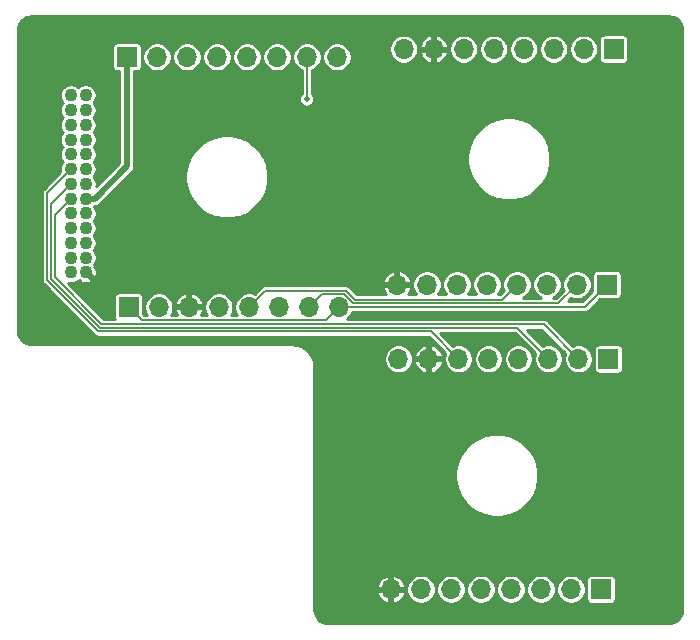
<source format=gbr>
%TF.GenerationSoftware,KiCad,Pcbnew,(5.1.10)-1*%
%TF.CreationDate,2022-12-01T07:09:03-06:00*%
%TF.ProjectId,perovskite_routing_board,7065726f-7673-46b6-9974-655f726f7574,A*%
%TF.SameCoordinates,Original*%
%TF.FileFunction,Copper,L2,Bot*%
%TF.FilePolarity,Positive*%
%FSLAX46Y46*%
G04 Gerber Fmt 4.6, Leading zero omitted, Abs format (unit mm)*
G04 Created by KiCad (PCBNEW (5.1.10)-1) date 2022-12-01 07:09:03*
%MOMM*%
%LPD*%
G01*
G04 APERTURE LIST*
%TA.AperFunction,ComponentPad*%
%ADD10C,1.100000*%
%TD*%
%TA.AperFunction,ComponentPad*%
%ADD11O,1.700000X1.700000*%
%TD*%
%TA.AperFunction,ComponentPad*%
%ADD12R,1.700000X1.700000*%
%TD*%
%TA.AperFunction,ViaPad*%
%ADD13C,0.508000*%
%TD*%
%TA.AperFunction,Conductor*%
%ADD14C,0.152400*%
%TD*%
%TA.AperFunction,Conductor*%
%ADD15C,0.508000*%
%TD*%
%TA.AperFunction,Conductor*%
%ADD16C,0.254000*%
%TD*%
%TA.AperFunction,Conductor*%
%ADD17C,0.100000*%
%TD*%
G04 APERTURE END LIST*
D10*
%TO.P,J7,1*%
%TO.N,CP*%
X119354600Y-97981800D03*
%TO.P,J7,2*%
%TO.N,CELL_6*%
X119354600Y-96731800D03*
%TO.P,J7,3*%
%TO.N,CELL_5*%
X119354600Y-95481800D03*
%TO.P,J7,4*%
%TO.N,CELL_4*%
X119354600Y-94231800D03*
%TO.P,J7,5*%
%TO.N,CELL_16*%
X119354600Y-92981800D03*
%TO.P,J7,6*%
%TO.N,CELL_15*%
X119354600Y-91731800D03*
%TO.P,J7,7*%
%TO.N,ALERT3*%
X119354600Y-90481800D03*
%TO.P,J7,8*%
%TO.N,CELL_14*%
X119354600Y-89231800D03*
%TO.P,J7,9*%
%TO.N,CELL_1*%
X119354600Y-87981800D03*
%TO.P,J7,10*%
%TO.N,ALERT1*%
X119354600Y-86731800D03*
%TO.P,J7,11*%
%TO.N,CELL_2*%
X119354600Y-85481800D03*
%TO.P,J7,12*%
%TO.N,CELL_3*%
X119354600Y-84231800D03*
%TO.P,J7,13*%
%TO.N,CELL_7*%
X119354600Y-82981800D03*
%TO.P,J7,14*%
%TO.N,VDD*%
X120604600Y-97981800D03*
%TO.P,J7,15*%
%TO.N,SDA*%
X120604600Y-96731800D03*
%TO.P,J7,16*%
%TO.N,CELL_17*%
X120604600Y-95481800D03*
%TO.P,J7,17*%
%TO.N,CELL_18*%
X120604600Y-94231800D03*
%TO.P,J7,18*%
%TO.N,CELL_13*%
X120604600Y-92981800D03*
%TO.P,J7,19*%
%TO.N,GND*%
X120604600Y-91731800D03*
%TO.P,J7,20*%
%TO.N,CELL_12*%
X120604600Y-90481800D03*
%TO.P,J7,21*%
%TO.N,CELL_11*%
X120604600Y-89231800D03*
%TO.P,J7,22*%
%TO.N,CELL_10*%
X120604600Y-87981800D03*
%TO.P,J7,23*%
%TO.N,SCL*%
X120604600Y-86731800D03*
%TO.P,J7,24*%
%TO.N,CELL_9*%
X120604600Y-85481800D03*
%TO.P,J7,25*%
%TO.N,ALERT2*%
X120604600Y-84231800D03*
%TO.P,J7,26*%
%TO.N,CELL_8*%
X120604600Y-82981800D03*
%TD*%
D11*
%TO.P,J5,8*%
%TO.N,VDD*%
X146456400Y-124815600D03*
%TO.P,J5,7*%
%TO.N,CELL_18*%
X148996400Y-124815600D03*
%TO.P,J5,6*%
%TO.N,GND*%
X151536400Y-124815600D03*
%TO.P,J5,5*%
%TO.N,CELL_17*%
X154076400Y-124815600D03*
%TO.P,J5,4*%
%TO.N,SDA*%
X156616400Y-124815600D03*
%TO.P,J5,3*%
%TO.N,GND*%
X159156400Y-124815600D03*
%TO.P,J5,2*%
%TO.N,SCL*%
X161696400Y-124815600D03*
D12*
%TO.P,J5,1*%
%TO.N,CELL_16*%
X164236400Y-124815600D03*
%TD*%
%TO.P,J4,1*%
%TO.N,CP*%
X164744400Y-99009200D03*
D11*
%TO.P,J4,2*%
%TO.N,SCL*%
X162204400Y-99009200D03*
%TO.P,J4,3*%
%TO.N,CELL_10*%
X159664400Y-99009200D03*
%TO.P,J4,4*%
%TO.N,SDA*%
X157124400Y-99009200D03*
%TO.P,J4,5*%
%TO.N,CELL_11*%
X154584400Y-99009200D03*
%TO.P,J4,6*%
%TO.N,GND*%
X152044400Y-99009200D03*
%TO.P,J4,7*%
%TO.N,CELL_12*%
X149504400Y-99009200D03*
%TO.P,J4,8*%
%TO.N,VDD*%
X146964400Y-99009200D03*
%TD*%
D12*
%TO.P,J2,1*%
%TO.N,GND*%
X124104400Y-79730600D03*
D11*
%TO.P,J2,2*%
X126644400Y-79730600D03*
%TO.P,J2,3*%
X129184400Y-79730600D03*
%TO.P,J2,4*%
%TO.N,CELL_3*%
X131724400Y-79730600D03*
%TO.P,J2,5*%
%TO.N,GND*%
X134264400Y-79730600D03*
%TO.P,J2,6*%
%TO.N,CELL_2*%
X136804400Y-79730600D03*
%TO.P,J2,7*%
%TO.N,ALERT1*%
X139344400Y-79730600D03*
%TO.P,J2,8*%
%TO.N,CELL_1*%
X141884400Y-79730600D03*
%TD*%
%TO.P,J3,8*%
%TO.N,CELL_7*%
X147523200Y-79070200D03*
%TO.P,J3,7*%
%TO.N,VDD*%
X150063200Y-79070200D03*
%TO.P,J3,6*%
%TO.N,GND*%
X152603200Y-79070200D03*
%TO.P,J3,5*%
X155143200Y-79070200D03*
%TO.P,J3,4*%
%TO.N,CELL_8*%
X157683200Y-79070200D03*
%TO.P,J3,3*%
%TO.N,ALERT2*%
X160223200Y-79070200D03*
%TO.P,J3,2*%
%TO.N,CELL_9*%
X162763200Y-79070200D03*
D12*
%TO.P,J3,1*%
%TO.N,GND*%
X165303200Y-79070200D03*
%TD*%
%TO.P,J6,1*%
%TO.N,GND*%
X164871400Y-105308400D03*
D11*
%TO.P,J6,2*%
%TO.N,CELL_15*%
X162331400Y-105308400D03*
%TO.P,J6,3*%
%TO.N,ALERT3*%
X159791400Y-105308400D03*
%TO.P,J6,4*%
%TO.N,GND*%
X157251400Y-105308400D03*
%TO.P,J6,5*%
X154711400Y-105308400D03*
%TO.P,J6,6*%
%TO.N,CELL_14*%
X152171400Y-105308400D03*
%TO.P,J6,7*%
%TO.N,VDD*%
X149631400Y-105308400D03*
%TO.P,J6,8*%
%TO.N,CELL_13*%
X147091400Y-105308400D03*
%TD*%
D12*
%TO.P,J1,1*%
%TO.N,CP*%
X124269500Y-100901500D03*
D11*
%TO.P,J1,2*%
%TO.N,CELL_6*%
X126809500Y-100901500D03*
%TO.P,J1,3*%
%TO.N,VDD*%
X129349500Y-100901500D03*
%TO.P,J1,4*%
%TO.N,CELL_5*%
X131889500Y-100901500D03*
%TO.P,J1,5*%
%TO.N,SDA*%
X134429500Y-100901500D03*
%TO.P,J1,6*%
%TO.N,CELL_4*%
X136969500Y-100901500D03*
%TO.P,J1,7*%
%TO.N,SCL*%
X139509500Y-100901500D03*
%TO.P,J1,8*%
%TO.N,CP*%
X142049500Y-100901500D03*
%TD*%
D13*
%TO.N,VDD*%
X156591000Y-119634000D03*
X161671000Y-119634000D03*
X168148000Y-81026000D03*
X139319000Y-86741000D03*
X159766000Y-110807500D03*
%TO.N,ALERT1*%
X139319000Y-83312000D03*
%TD*%
D14*
%TO.N,CP*%
X142494000Y-100457000D02*
X142049500Y-100901500D01*
X125395701Y-102027701D02*
X124269500Y-100901500D01*
X140923299Y-102027701D02*
X125395701Y-102027701D01*
X142049500Y-100901500D02*
X140923299Y-102027701D01*
X162852100Y-100901500D02*
X164744400Y-99009200D01*
X142049500Y-100901500D02*
X162852100Y-100901500D01*
%TO.N,SDA*%
X157124400Y-99009200D02*
X155841720Y-100291880D01*
X155841720Y-100291880D02*
X143401946Y-100291880D01*
X135812911Y-99518089D02*
X134429500Y-100901500D01*
X142628155Y-99518089D02*
X135812911Y-99518089D01*
X143401946Y-100291880D02*
X142628155Y-99518089D01*
%TO.N,SCL*%
X142501899Y-99822899D02*
X143275690Y-100596690D01*
X140588101Y-99822899D02*
X142501899Y-99822899D01*
X139509500Y-100901500D02*
X140588101Y-99822899D01*
X160616910Y-100596690D02*
X162204400Y-99009200D01*
X143275690Y-100596690D02*
X160616910Y-100596690D01*
%TO.N,GND*%
X152603200Y-98450400D02*
X152044400Y-99009200D01*
D15*
X124104400Y-89009817D02*
X124104400Y-79730600D01*
X121382417Y-91731800D02*
X124104400Y-89009817D01*
X120604600Y-91731800D02*
X121382417Y-91731800D01*
D14*
%TO.N,ALERT1*%
X139344400Y-83286600D02*
X139319000Y-83312000D01*
X139344400Y-79730600D02*
X139344400Y-83286600D01*
%TO.N,CELL_15*%
X159385000Y-102362000D02*
X162331400Y-105308400D01*
X121930000Y-102362000D02*
X159385000Y-102362000D01*
X117970000Y-98402000D02*
X121930000Y-102362000D01*
X117970000Y-93116400D02*
X117970000Y-98402000D01*
X119354600Y-91731800D02*
X117970000Y-93116400D01*
%TO.N,ALERT3*%
X119354600Y-90481800D02*
X117665190Y-92171210D01*
X117665190Y-92171210D02*
X117665191Y-98528257D01*
X117665191Y-98528257D02*
X121803744Y-102666810D01*
X157149810Y-102666810D02*
X159791400Y-105308400D01*
X121803744Y-102666810D02*
X157149810Y-102666810D01*
%TO.N,CELL_14*%
X152171400Y-105308400D02*
X149834620Y-102971620D01*
X121677487Y-102971619D02*
X117360382Y-98654512D01*
X149834620Y-102971620D02*
X121677487Y-102971619D01*
X119354600Y-89231800D02*
X117360382Y-91226018D01*
X117360382Y-91226018D02*
X117360382Y-98654512D01*
%TD*%
D16*
%TO.N,VDD*%
X170197611Y-76320786D02*
X170401648Y-76382389D01*
X170589836Y-76482450D01*
X170754995Y-76617151D01*
X170890852Y-76781373D01*
X170992224Y-76968856D01*
X171055248Y-77172453D01*
X171079501Y-77403209D01*
X171079500Y-126572188D01*
X171056756Y-126804151D01*
X170995153Y-127008189D01*
X170895092Y-127196377D01*
X170760391Y-127361536D01*
X170596166Y-127497395D01*
X170408687Y-127598765D01*
X170205089Y-127661789D01*
X169974342Y-127686041D01*
X141092853Y-127686041D01*
X140860890Y-127663297D01*
X140656852Y-127601694D01*
X140468664Y-127501633D01*
X140303505Y-127366932D01*
X140167646Y-127202707D01*
X140066276Y-127015228D01*
X140003252Y-126811630D01*
X139979000Y-126580883D01*
X139979000Y-125132581D01*
X145266905Y-125132581D01*
X145351601Y-125358549D01*
X145478753Y-125563652D01*
X145643476Y-125740008D01*
X145839439Y-125880839D01*
X146059112Y-125980734D01*
X146139420Y-126005089D01*
X146329400Y-125944227D01*
X146329400Y-124942600D01*
X146583400Y-124942600D01*
X146583400Y-125944227D01*
X146773380Y-126005089D01*
X146853688Y-125980734D01*
X147073361Y-125880839D01*
X147269324Y-125740008D01*
X147434047Y-125563652D01*
X147561199Y-125358549D01*
X147645895Y-125132581D01*
X147585587Y-124942600D01*
X146583400Y-124942600D01*
X146329400Y-124942600D01*
X145327213Y-124942600D01*
X145266905Y-125132581D01*
X139979000Y-125132581D01*
X139979000Y-124694357D01*
X147765400Y-124694357D01*
X147765400Y-124936843D01*
X147812707Y-125174669D01*
X147905502Y-125398697D01*
X148040220Y-125600317D01*
X148211683Y-125771780D01*
X148413303Y-125906498D01*
X148637331Y-125999293D01*
X148875157Y-126046600D01*
X149117643Y-126046600D01*
X149355469Y-125999293D01*
X149579497Y-125906498D01*
X149781117Y-125771780D01*
X149952580Y-125600317D01*
X150087298Y-125398697D01*
X150180093Y-125174669D01*
X150227400Y-124936843D01*
X150227400Y-124694357D01*
X150305400Y-124694357D01*
X150305400Y-124936843D01*
X150352707Y-125174669D01*
X150445502Y-125398697D01*
X150580220Y-125600317D01*
X150751683Y-125771780D01*
X150953303Y-125906498D01*
X151177331Y-125999293D01*
X151415157Y-126046600D01*
X151657643Y-126046600D01*
X151895469Y-125999293D01*
X152119497Y-125906498D01*
X152321117Y-125771780D01*
X152492580Y-125600317D01*
X152627298Y-125398697D01*
X152720093Y-125174669D01*
X152767400Y-124936843D01*
X152767400Y-124694357D01*
X152845400Y-124694357D01*
X152845400Y-124936843D01*
X152892707Y-125174669D01*
X152985502Y-125398697D01*
X153120220Y-125600317D01*
X153291683Y-125771780D01*
X153493303Y-125906498D01*
X153717331Y-125999293D01*
X153955157Y-126046600D01*
X154197643Y-126046600D01*
X154435469Y-125999293D01*
X154659497Y-125906498D01*
X154861117Y-125771780D01*
X155032580Y-125600317D01*
X155167298Y-125398697D01*
X155260093Y-125174669D01*
X155307400Y-124936843D01*
X155307400Y-124694357D01*
X155385400Y-124694357D01*
X155385400Y-124936843D01*
X155432707Y-125174669D01*
X155525502Y-125398697D01*
X155660220Y-125600317D01*
X155831683Y-125771780D01*
X156033303Y-125906498D01*
X156257331Y-125999293D01*
X156495157Y-126046600D01*
X156737643Y-126046600D01*
X156975469Y-125999293D01*
X157199497Y-125906498D01*
X157401117Y-125771780D01*
X157572580Y-125600317D01*
X157707298Y-125398697D01*
X157800093Y-125174669D01*
X157847400Y-124936843D01*
X157847400Y-124694357D01*
X157925400Y-124694357D01*
X157925400Y-124936843D01*
X157972707Y-125174669D01*
X158065502Y-125398697D01*
X158200220Y-125600317D01*
X158371683Y-125771780D01*
X158573303Y-125906498D01*
X158797331Y-125999293D01*
X159035157Y-126046600D01*
X159277643Y-126046600D01*
X159515469Y-125999293D01*
X159739497Y-125906498D01*
X159941117Y-125771780D01*
X160112580Y-125600317D01*
X160247298Y-125398697D01*
X160340093Y-125174669D01*
X160387400Y-124936843D01*
X160387400Y-124694357D01*
X160465400Y-124694357D01*
X160465400Y-124936843D01*
X160512707Y-125174669D01*
X160605502Y-125398697D01*
X160740220Y-125600317D01*
X160911683Y-125771780D01*
X161113303Y-125906498D01*
X161337331Y-125999293D01*
X161575157Y-126046600D01*
X161817643Y-126046600D01*
X162055469Y-125999293D01*
X162279497Y-125906498D01*
X162481117Y-125771780D01*
X162652580Y-125600317D01*
X162787298Y-125398697D01*
X162880093Y-125174669D01*
X162927400Y-124936843D01*
X162927400Y-124694357D01*
X162880093Y-124456531D01*
X162787298Y-124232503D01*
X162652580Y-124030883D01*
X162587297Y-123965600D01*
X163003557Y-123965600D01*
X163003557Y-125665600D01*
X163010913Y-125740289D01*
X163032699Y-125812108D01*
X163068078Y-125878296D01*
X163115689Y-125936311D01*
X163173704Y-125983922D01*
X163239892Y-126019301D01*
X163311711Y-126041087D01*
X163386400Y-126048443D01*
X165086400Y-126048443D01*
X165161089Y-126041087D01*
X165232908Y-126019301D01*
X165299096Y-125983922D01*
X165357111Y-125936311D01*
X165404722Y-125878296D01*
X165440101Y-125812108D01*
X165461887Y-125740289D01*
X165469243Y-125665600D01*
X165469243Y-123965600D01*
X165461887Y-123890911D01*
X165440101Y-123819092D01*
X165404722Y-123752904D01*
X165357111Y-123694889D01*
X165299096Y-123647278D01*
X165232908Y-123611899D01*
X165161089Y-123590113D01*
X165086400Y-123582757D01*
X163386400Y-123582757D01*
X163311711Y-123590113D01*
X163239892Y-123611899D01*
X163173704Y-123647278D01*
X163115689Y-123694889D01*
X163068078Y-123752904D01*
X163032699Y-123819092D01*
X163010913Y-123890911D01*
X163003557Y-123965600D01*
X162587297Y-123965600D01*
X162481117Y-123859420D01*
X162279497Y-123724702D01*
X162055469Y-123631907D01*
X161817643Y-123584600D01*
X161575157Y-123584600D01*
X161337331Y-123631907D01*
X161113303Y-123724702D01*
X160911683Y-123859420D01*
X160740220Y-124030883D01*
X160605502Y-124232503D01*
X160512707Y-124456531D01*
X160465400Y-124694357D01*
X160387400Y-124694357D01*
X160340093Y-124456531D01*
X160247298Y-124232503D01*
X160112580Y-124030883D01*
X159941117Y-123859420D01*
X159739497Y-123724702D01*
X159515469Y-123631907D01*
X159277643Y-123584600D01*
X159035157Y-123584600D01*
X158797331Y-123631907D01*
X158573303Y-123724702D01*
X158371683Y-123859420D01*
X158200220Y-124030883D01*
X158065502Y-124232503D01*
X157972707Y-124456531D01*
X157925400Y-124694357D01*
X157847400Y-124694357D01*
X157800093Y-124456531D01*
X157707298Y-124232503D01*
X157572580Y-124030883D01*
X157401117Y-123859420D01*
X157199497Y-123724702D01*
X156975469Y-123631907D01*
X156737643Y-123584600D01*
X156495157Y-123584600D01*
X156257331Y-123631907D01*
X156033303Y-123724702D01*
X155831683Y-123859420D01*
X155660220Y-124030883D01*
X155525502Y-124232503D01*
X155432707Y-124456531D01*
X155385400Y-124694357D01*
X155307400Y-124694357D01*
X155260093Y-124456531D01*
X155167298Y-124232503D01*
X155032580Y-124030883D01*
X154861117Y-123859420D01*
X154659497Y-123724702D01*
X154435469Y-123631907D01*
X154197643Y-123584600D01*
X153955157Y-123584600D01*
X153717331Y-123631907D01*
X153493303Y-123724702D01*
X153291683Y-123859420D01*
X153120220Y-124030883D01*
X152985502Y-124232503D01*
X152892707Y-124456531D01*
X152845400Y-124694357D01*
X152767400Y-124694357D01*
X152720093Y-124456531D01*
X152627298Y-124232503D01*
X152492580Y-124030883D01*
X152321117Y-123859420D01*
X152119497Y-123724702D01*
X151895469Y-123631907D01*
X151657643Y-123584600D01*
X151415157Y-123584600D01*
X151177331Y-123631907D01*
X150953303Y-123724702D01*
X150751683Y-123859420D01*
X150580220Y-124030883D01*
X150445502Y-124232503D01*
X150352707Y-124456531D01*
X150305400Y-124694357D01*
X150227400Y-124694357D01*
X150180093Y-124456531D01*
X150087298Y-124232503D01*
X149952580Y-124030883D01*
X149781117Y-123859420D01*
X149579497Y-123724702D01*
X149355469Y-123631907D01*
X149117643Y-123584600D01*
X148875157Y-123584600D01*
X148637331Y-123631907D01*
X148413303Y-123724702D01*
X148211683Y-123859420D01*
X148040220Y-124030883D01*
X147905502Y-124232503D01*
X147812707Y-124456531D01*
X147765400Y-124694357D01*
X139979000Y-124694357D01*
X139979000Y-124498619D01*
X145266905Y-124498619D01*
X145327213Y-124688600D01*
X146329400Y-124688600D01*
X146329400Y-123686973D01*
X146583400Y-123686973D01*
X146583400Y-124688600D01*
X147585587Y-124688600D01*
X147645895Y-124498619D01*
X147561199Y-124272651D01*
X147434047Y-124067548D01*
X147269324Y-123891192D01*
X147073361Y-123750361D01*
X146853688Y-123650466D01*
X146773380Y-123626111D01*
X146583400Y-123686973D01*
X146329400Y-123686973D01*
X146139420Y-123626111D01*
X146059112Y-123650466D01*
X145839439Y-123750361D01*
X145643476Y-123891192D01*
X145478753Y-124067548D01*
X145351601Y-124272651D01*
X145266905Y-124498619D01*
X139979000Y-124498619D01*
X139979000Y-114816433D01*
X151914979Y-114816433D01*
X151914979Y-115507649D01*
X152049828Y-116185585D01*
X152314346Y-116824186D01*
X152698365Y-117398912D01*
X153187129Y-117887676D01*
X153761855Y-118271695D01*
X154400456Y-118536213D01*
X155078392Y-118671062D01*
X155769608Y-118671062D01*
X156447544Y-118536213D01*
X157086145Y-118271695D01*
X157660871Y-117887676D01*
X158149635Y-117398912D01*
X158533654Y-116824186D01*
X158798172Y-116185585D01*
X158933021Y-115507649D01*
X158933021Y-114816433D01*
X158798172Y-114138497D01*
X158533654Y-113499896D01*
X158149635Y-112925170D01*
X157660871Y-112436406D01*
X157086145Y-112052387D01*
X156447544Y-111787869D01*
X155769608Y-111653020D01*
X155078392Y-111653020D01*
X154400456Y-111787869D01*
X153761855Y-112052387D01*
X153187129Y-112436406D01*
X152698365Y-112925170D01*
X152314346Y-113499896D01*
X152049828Y-114138497D01*
X151914979Y-114816433D01*
X139979000Y-114816433D01*
X139979000Y-105947018D01*
X139977227Y-105929016D01*
X139977292Y-105919692D01*
X139976739Y-105914050D01*
X139946139Y-105622904D01*
X139938736Y-105586838D01*
X139931844Y-105550712D01*
X139930206Y-105545284D01*
X139843638Y-105265629D01*
X139829366Y-105231677D01*
X139815593Y-105197588D01*
X139812932Y-105192582D01*
X139809999Y-105187157D01*
X145860400Y-105187157D01*
X145860400Y-105429643D01*
X145907707Y-105667469D01*
X146000502Y-105891497D01*
X146135220Y-106093117D01*
X146306683Y-106264580D01*
X146508303Y-106399298D01*
X146732331Y-106492093D01*
X146970157Y-106539400D01*
X147212643Y-106539400D01*
X147450469Y-106492093D01*
X147674497Y-106399298D01*
X147876117Y-106264580D01*
X148047580Y-106093117D01*
X148182298Y-105891497D01*
X148275093Y-105667469D01*
X148283464Y-105625381D01*
X148441905Y-105625381D01*
X148526601Y-105851349D01*
X148653753Y-106056452D01*
X148818476Y-106232808D01*
X149014439Y-106373639D01*
X149234112Y-106473534D01*
X149314420Y-106497889D01*
X149504400Y-106437027D01*
X149504400Y-105435400D01*
X149758400Y-105435400D01*
X149758400Y-106437027D01*
X149948380Y-106497889D01*
X150028688Y-106473534D01*
X150248361Y-106373639D01*
X150444324Y-106232808D01*
X150609047Y-106056452D01*
X150736199Y-105851349D01*
X150820895Y-105625381D01*
X150760587Y-105435400D01*
X149758400Y-105435400D01*
X149504400Y-105435400D01*
X148502213Y-105435400D01*
X148441905Y-105625381D01*
X148283464Y-105625381D01*
X148322400Y-105429643D01*
X148322400Y-105187157D01*
X148283465Y-104991419D01*
X148441905Y-104991419D01*
X148502213Y-105181400D01*
X149504400Y-105181400D01*
X149504400Y-104179773D01*
X149758400Y-104179773D01*
X149758400Y-105181400D01*
X150760587Y-105181400D01*
X150820895Y-104991419D01*
X150736199Y-104765451D01*
X150609047Y-104560348D01*
X150444324Y-104383992D01*
X150248361Y-104243161D01*
X150028688Y-104143266D01*
X149948380Y-104118911D01*
X149758400Y-104179773D01*
X149504400Y-104179773D01*
X149314420Y-104118911D01*
X149234112Y-104143266D01*
X149014439Y-104243161D01*
X148818476Y-104383992D01*
X148653753Y-104560348D01*
X148526601Y-104765451D01*
X148441905Y-104991419D01*
X148283465Y-104991419D01*
X148275093Y-104949331D01*
X148182298Y-104725303D01*
X148047580Y-104523683D01*
X147876117Y-104352220D01*
X147674497Y-104217502D01*
X147450469Y-104124707D01*
X147212643Y-104077400D01*
X146970157Y-104077400D01*
X146732331Y-104124707D01*
X146508303Y-104217502D01*
X146306683Y-104352220D01*
X146135220Y-104523683D01*
X146000502Y-104725303D01*
X145907707Y-104949331D01*
X145860400Y-105187157D01*
X139809999Y-105187157D01*
X139673693Y-104935066D01*
X139653098Y-104904533D01*
X139632967Y-104873770D01*
X139629385Y-104869376D01*
X139442780Y-104643809D01*
X139416644Y-104617855D01*
X139390923Y-104591590D01*
X139386555Y-104587976D01*
X139159691Y-104402950D01*
X139129026Y-104382576D01*
X139098679Y-104361797D01*
X139093693Y-104359100D01*
X138835212Y-104221663D01*
X138801149Y-104207623D01*
X138767369Y-104193145D01*
X138761954Y-104191468D01*
X138481699Y-104106854D01*
X138445578Y-104099702D01*
X138409608Y-104092057D01*
X138403972Y-104091464D01*
X138403970Y-104091464D01*
X138112618Y-104062897D01*
X138092941Y-104060959D01*
X116005353Y-104060959D01*
X115773390Y-104038215D01*
X115569352Y-103976612D01*
X115381164Y-103876551D01*
X115216005Y-103741850D01*
X115080146Y-103577625D01*
X114978776Y-103390146D01*
X114915752Y-103186548D01*
X114891500Y-102955801D01*
X114891500Y-91226018D01*
X116900971Y-91226018D01*
X116903182Y-91248468D01*
X116903183Y-98632052D01*
X116900971Y-98654512D01*
X116903183Y-98676972D01*
X116909798Y-98744139D01*
X116928989Y-98807400D01*
X116935942Y-98830321D01*
X116978395Y-98909747D01*
X117013645Y-98952698D01*
X117035530Y-98979365D01*
X117052975Y-98993682D01*
X121338322Y-103279032D01*
X121352634Y-103296471D01*
X121370073Y-103310783D01*
X121370079Y-103310789D01*
X121422251Y-103353606D01*
X121501677Y-103396059D01*
X121587860Y-103422203D01*
X121677486Y-103431030D01*
X121699946Y-103428818D01*
X149645243Y-103428820D01*
X151039855Y-104823433D01*
X150987707Y-104949331D01*
X150940400Y-105187157D01*
X150940400Y-105429643D01*
X150987707Y-105667469D01*
X151080502Y-105891497D01*
X151215220Y-106093117D01*
X151386683Y-106264580D01*
X151588303Y-106399298D01*
X151812331Y-106492093D01*
X152050157Y-106539400D01*
X152292643Y-106539400D01*
X152530469Y-106492093D01*
X152754497Y-106399298D01*
X152956117Y-106264580D01*
X153127580Y-106093117D01*
X153262298Y-105891497D01*
X153355093Y-105667469D01*
X153402400Y-105429643D01*
X153402400Y-105187157D01*
X153480400Y-105187157D01*
X153480400Y-105429643D01*
X153527707Y-105667469D01*
X153620502Y-105891497D01*
X153755220Y-106093117D01*
X153926683Y-106264580D01*
X154128303Y-106399298D01*
X154352331Y-106492093D01*
X154590157Y-106539400D01*
X154832643Y-106539400D01*
X155070469Y-106492093D01*
X155294497Y-106399298D01*
X155496117Y-106264580D01*
X155667580Y-106093117D01*
X155802298Y-105891497D01*
X155895093Y-105667469D01*
X155942400Y-105429643D01*
X155942400Y-105187157D01*
X156020400Y-105187157D01*
X156020400Y-105429643D01*
X156067707Y-105667469D01*
X156160502Y-105891497D01*
X156295220Y-106093117D01*
X156466683Y-106264580D01*
X156668303Y-106399298D01*
X156892331Y-106492093D01*
X157130157Y-106539400D01*
X157372643Y-106539400D01*
X157610469Y-106492093D01*
X157834497Y-106399298D01*
X158036117Y-106264580D01*
X158207580Y-106093117D01*
X158342298Y-105891497D01*
X158435093Y-105667469D01*
X158482400Y-105429643D01*
X158482400Y-105187157D01*
X158435093Y-104949331D01*
X158342298Y-104725303D01*
X158207580Y-104523683D01*
X158036117Y-104352220D01*
X157834497Y-104217502D01*
X157610469Y-104124707D01*
X157372643Y-104077400D01*
X157130157Y-104077400D01*
X156892331Y-104124707D01*
X156668303Y-104217502D01*
X156466683Y-104352220D01*
X156295220Y-104523683D01*
X156160502Y-104725303D01*
X156067707Y-104949331D01*
X156020400Y-105187157D01*
X155942400Y-105187157D01*
X155895093Y-104949331D01*
X155802298Y-104725303D01*
X155667580Y-104523683D01*
X155496117Y-104352220D01*
X155294497Y-104217502D01*
X155070469Y-104124707D01*
X154832643Y-104077400D01*
X154590157Y-104077400D01*
X154352331Y-104124707D01*
X154128303Y-104217502D01*
X153926683Y-104352220D01*
X153755220Y-104523683D01*
X153620502Y-104725303D01*
X153527707Y-104949331D01*
X153480400Y-105187157D01*
X153402400Y-105187157D01*
X153355093Y-104949331D01*
X153262298Y-104725303D01*
X153127580Y-104523683D01*
X152956117Y-104352220D01*
X152754497Y-104217502D01*
X152530469Y-104124707D01*
X152292643Y-104077400D01*
X152050157Y-104077400D01*
X151812331Y-104124707D01*
X151686433Y-104176855D01*
X150633587Y-103124010D01*
X156960433Y-103124010D01*
X158659855Y-104823433D01*
X158607707Y-104949331D01*
X158560400Y-105187157D01*
X158560400Y-105429643D01*
X158607707Y-105667469D01*
X158700502Y-105891497D01*
X158835220Y-106093117D01*
X159006683Y-106264580D01*
X159208303Y-106399298D01*
X159432331Y-106492093D01*
X159670157Y-106539400D01*
X159912643Y-106539400D01*
X160150469Y-106492093D01*
X160374497Y-106399298D01*
X160576117Y-106264580D01*
X160747580Y-106093117D01*
X160882298Y-105891497D01*
X160975093Y-105667469D01*
X161022400Y-105429643D01*
X161022400Y-105187157D01*
X160975093Y-104949331D01*
X160882298Y-104725303D01*
X160747580Y-104523683D01*
X160576117Y-104352220D01*
X160374497Y-104217502D01*
X160150469Y-104124707D01*
X159912643Y-104077400D01*
X159670157Y-104077400D01*
X159432331Y-104124707D01*
X159306433Y-104176855D01*
X157948777Y-102819200D01*
X159195623Y-102819200D01*
X161199855Y-104823433D01*
X161147707Y-104949331D01*
X161100400Y-105187157D01*
X161100400Y-105429643D01*
X161147707Y-105667469D01*
X161240502Y-105891497D01*
X161375220Y-106093117D01*
X161546683Y-106264580D01*
X161748303Y-106399298D01*
X161972331Y-106492093D01*
X162210157Y-106539400D01*
X162452643Y-106539400D01*
X162690469Y-106492093D01*
X162914497Y-106399298D01*
X163116117Y-106264580D01*
X163287580Y-106093117D01*
X163422298Y-105891497D01*
X163515093Y-105667469D01*
X163562400Y-105429643D01*
X163562400Y-105187157D01*
X163515093Y-104949331D01*
X163422298Y-104725303D01*
X163287580Y-104523683D01*
X163222297Y-104458400D01*
X163638557Y-104458400D01*
X163638557Y-106158400D01*
X163645913Y-106233089D01*
X163667699Y-106304908D01*
X163703078Y-106371096D01*
X163750689Y-106429111D01*
X163808704Y-106476722D01*
X163874892Y-106512101D01*
X163946711Y-106533887D01*
X164021400Y-106541243D01*
X165721400Y-106541243D01*
X165796089Y-106533887D01*
X165867908Y-106512101D01*
X165934096Y-106476722D01*
X165992111Y-106429111D01*
X166039722Y-106371096D01*
X166075101Y-106304908D01*
X166096887Y-106233089D01*
X166104243Y-106158400D01*
X166104243Y-104458400D01*
X166096887Y-104383711D01*
X166075101Y-104311892D01*
X166039722Y-104245704D01*
X165992111Y-104187689D01*
X165934096Y-104140078D01*
X165867908Y-104104699D01*
X165796089Y-104082913D01*
X165721400Y-104075557D01*
X164021400Y-104075557D01*
X163946711Y-104082913D01*
X163874892Y-104104699D01*
X163808704Y-104140078D01*
X163750689Y-104187689D01*
X163703078Y-104245704D01*
X163667699Y-104311892D01*
X163645913Y-104383711D01*
X163638557Y-104458400D01*
X163222297Y-104458400D01*
X163116117Y-104352220D01*
X162914497Y-104217502D01*
X162690469Y-104124707D01*
X162452643Y-104077400D01*
X162210157Y-104077400D01*
X161972331Y-104124707D01*
X161846433Y-104176855D01*
X159724174Y-102054597D01*
X159709853Y-102037147D01*
X159640236Y-101980013D01*
X159560809Y-101937559D01*
X159474627Y-101911415D01*
X159407460Y-101904800D01*
X159407450Y-101904800D01*
X159385000Y-101902589D01*
X159362550Y-101904800D01*
X142763697Y-101904800D01*
X142834217Y-101857680D01*
X143005680Y-101686217D01*
X143140398Y-101484597D01*
X143192546Y-101358700D01*
X162829650Y-101358700D01*
X162852100Y-101360911D01*
X162874550Y-101358700D01*
X162874560Y-101358700D01*
X162941727Y-101352085D01*
X163027909Y-101325941D01*
X163107336Y-101283487D01*
X163176953Y-101226353D01*
X163191274Y-101208903D01*
X164158135Y-100242043D01*
X165594400Y-100242043D01*
X165669089Y-100234687D01*
X165740908Y-100212901D01*
X165807096Y-100177522D01*
X165865111Y-100129911D01*
X165912722Y-100071896D01*
X165948101Y-100005708D01*
X165969887Y-99933889D01*
X165977243Y-99859200D01*
X165977243Y-98159200D01*
X165969887Y-98084511D01*
X165948101Y-98012692D01*
X165912722Y-97946504D01*
X165865111Y-97888489D01*
X165807096Y-97840878D01*
X165740908Y-97805499D01*
X165669089Y-97783713D01*
X165594400Y-97776357D01*
X163894400Y-97776357D01*
X163819711Y-97783713D01*
X163747892Y-97805499D01*
X163681704Y-97840878D01*
X163623689Y-97888489D01*
X163576078Y-97946504D01*
X163540699Y-98012692D01*
X163518913Y-98084511D01*
X163511557Y-98159200D01*
X163511557Y-99595465D01*
X162662723Y-100444300D01*
X161415877Y-100444300D01*
X161719433Y-100140745D01*
X161845331Y-100192893D01*
X162083157Y-100240200D01*
X162325643Y-100240200D01*
X162563469Y-100192893D01*
X162787497Y-100100098D01*
X162989117Y-99965380D01*
X163160580Y-99793917D01*
X163295298Y-99592297D01*
X163388093Y-99368269D01*
X163435400Y-99130443D01*
X163435400Y-98887957D01*
X163388093Y-98650131D01*
X163295298Y-98426103D01*
X163160580Y-98224483D01*
X162989117Y-98053020D01*
X162787497Y-97918302D01*
X162563469Y-97825507D01*
X162325643Y-97778200D01*
X162083157Y-97778200D01*
X161845331Y-97825507D01*
X161621303Y-97918302D01*
X161419683Y-98053020D01*
X161248220Y-98224483D01*
X161113502Y-98426103D01*
X161020707Y-98650131D01*
X160973400Y-98887957D01*
X160973400Y-99130443D01*
X161020707Y-99368269D01*
X161072855Y-99494167D01*
X160427533Y-100139490D01*
X160152396Y-100139490D01*
X160247497Y-100100098D01*
X160449117Y-99965380D01*
X160620580Y-99793917D01*
X160755298Y-99592297D01*
X160848093Y-99368269D01*
X160895400Y-99130443D01*
X160895400Y-98887957D01*
X160848093Y-98650131D01*
X160755298Y-98426103D01*
X160620580Y-98224483D01*
X160449117Y-98053020D01*
X160247497Y-97918302D01*
X160023469Y-97825507D01*
X159785643Y-97778200D01*
X159543157Y-97778200D01*
X159305331Y-97825507D01*
X159081303Y-97918302D01*
X158879683Y-98053020D01*
X158708220Y-98224483D01*
X158573502Y-98426103D01*
X158480707Y-98650131D01*
X158433400Y-98887957D01*
X158433400Y-99130443D01*
X158480707Y-99368269D01*
X158573502Y-99592297D01*
X158708220Y-99793917D01*
X158879683Y-99965380D01*
X159081303Y-100100098D01*
X159176404Y-100139490D01*
X157612396Y-100139490D01*
X157707497Y-100100098D01*
X157909117Y-99965380D01*
X158080580Y-99793917D01*
X158215298Y-99592297D01*
X158308093Y-99368269D01*
X158355400Y-99130443D01*
X158355400Y-98887957D01*
X158308093Y-98650131D01*
X158215298Y-98426103D01*
X158080580Y-98224483D01*
X157909117Y-98053020D01*
X157707497Y-97918302D01*
X157483469Y-97825507D01*
X157245643Y-97778200D01*
X157003157Y-97778200D01*
X156765331Y-97825507D01*
X156541303Y-97918302D01*
X156339683Y-98053020D01*
X156168220Y-98224483D01*
X156033502Y-98426103D01*
X155940707Y-98650131D01*
X155893400Y-98887957D01*
X155893400Y-99130443D01*
X155940707Y-99368269D01*
X155992855Y-99494167D01*
X155652343Y-99834680D01*
X155499817Y-99834680D01*
X155540580Y-99793917D01*
X155675298Y-99592297D01*
X155768093Y-99368269D01*
X155815400Y-99130443D01*
X155815400Y-98887957D01*
X155768093Y-98650131D01*
X155675298Y-98426103D01*
X155540580Y-98224483D01*
X155369117Y-98053020D01*
X155167497Y-97918302D01*
X154943469Y-97825507D01*
X154705643Y-97778200D01*
X154463157Y-97778200D01*
X154225331Y-97825507D01*
X154001303Y-97918302D01*
X153799683Y-98053020D01*
X153628220Y-98224483D01*
X153493502Y-98426103D01*
X153400707Y-98650131D01*
X153353400Y-98887957D01*
X153353400Y-99130443D01*
X153400707Y-99368269D01*
X153493502Y-99592297D01*
X153628220Y-99793917D01*
X153668983Y-99834680D01*
X152959817Y-99834680D01*
X153000580Y-99793917D01*
X153135298Y-99592297D01*
X153228093Y-99368269D01*
X153275400Y-99130443D01*
X153275400Y-98887957D01*
X153228093Y-98650131D01*
X153135298Y-98426103D01*
X153001970Y-98226563D01*
X152985187Y-98195164D01*
X152928053Y-98125547D01*
X152858436Y-98068413D01*
X152827037Y-98051630D01*
X152627497Y-97918302D01*
X152403469Y-97825507D01*
X152165643Y-97778200D01*
X151923157Y-97778200D01*
X151685331Y-97825507D01*
X151461303Y-97918302D01*
X151259683Y-98053020D01*
X151088220Y-98224483D01*
X150953502Y-98426103D01*
X150860707Y-98650131D01*
X150813400Y-98887957D01*
X150813400Y-99130443D01*
X150860707Y-99368269D01*
X150953502Y-99592297D01*
X151088220Y-99793917D01*
X151128983Y-99834680D01*
X150419817Y-99834680D01*
X150460580Y-99793917D01*
X150595298Y-99592297D01*
X150688093Y-99368269D01*
X150735400Y-99130443D01*
X150735400Y-98887957D01*
X150688093Y-98650131D01*
X150595298Y-98426103D01*
X150460580Y-98224483D01*
X150289117Y-98053020D01*
X150087497Y-97918302D01*
X149863469Y-97825507D01*
X149625643Y-97778200D01*
X149383157Y-97778200D01*
X149145331Y-97825507D01*
X148921303Y-97918302D01*
X148719683Y-98053020D01*
X148548220Y-98224483D01*
X148413502Y-98426103D01*
X148320707Y-98650131D01*
X148273400Y-98887957D01*
X148273400Y-99130443D01*
X148320707Y-99368269D01*
X148413502Y-99592297D01*
X148548220Y-99793917D01*
X148588983Y-99834680D01*
X147869726Y-99834680D01*
X147942047Y-99757252D01*
X148069199Y-99552149D01*
X148153895Y-99326181D01*
X148093587Y-99136200D01*
X147091400Y-99136200D01*
X147091400Y-99156200D01*
X146837400Y-99156200D01*
X146837400Y-99136200D01*
X145835213Y-99136200D01*
X145774905Y-99326181D01*
X145859601Y-99552149D01*
X145986753Y-99757252D01*
X146059074Y-99834680D01*
X143591325Y-99834680D01*
X142967329Y-99210686D01*
X142953008Y-99193236D01*
X142883391Y-99136102D01*
X142803964Y-99093648D01*
X142717782Y-99067504D01*
X142650615Y-99060889D01*
X142650605Y-99060889D01*
X142628155Y-99058678D01*
X142605705Y-99060889D01*
X135835361Y-99060889D01*
X135812911Y-99058678D01*
X135790461Y-99060889D01*
X135790451Y-99060889D01*
X135723284Y-99067504D01*
X135657160Y-99087563D01*
X135637101Y-99093648D01*
X135557675Y-99136102D01*
X135505503Y-99178918D01*
X135505497Y-99178924D01*
X135488058Y-99193236D01*
X135473746Y-99210675D01*
X134914467Y-99769955D01*
X134788569Y-99717807D01*
X134550743Y-99670500D01*
X134308257Y-99670500D01*
X134070431Y-99717807D01*
X133846403Y-99810602D01*
X133644783Y-99945320D01*
X133473320Y-100116783D01*
X133338602Y-100318403D01*
X133245807Y-100542431D01*
X133198500Y-100780257D01*
X133198500Y-101022743D01*
X133245807Y-101260569D01*
X133338602Y-101484597D01*
X133396001Y-101570501D01*
X132922999Y-101570501D01*
X132980398Y-101484597D01*
X133073193Y-101260569D01*
X133120500Y-101022743D01*
X133120500Y-100780257D01*
X133073193Y-100542431D01*
X132980398Y-100318403D01*
X132845680Y-100116783D01*
X132674217Y-99945320D01*
X132472597Y-99810602D01*
X132248569Y-99717807D01*
X132010743Y-99670500D01*
X131768257Y-99670500D01*
X131530431Y-99717807D01*
X131306403Y-99810602D01*
X131104783Y-99945320D01*
X130933320Y-100116783D01*
X130798602Y-100318403D01*
X130705807Y-100542431D01*
X130658500Y-100780257D01*
X130658500Y-101022743D01*
X130705807Y-101260569D01*
X130798602Y-101484597D01*
X130856001Y-101570501D01*
X130376154Y-101570501D01*
X130454299Y-101444449D01*
X130538995Y-101218481D01*
X130478687Y-101028500D01*
X129476500Y-101028500D01*
X129476500Y-101048500D01*
X129222500Y-101048500D01*
X129222500Y-101028500D01*
X128220313Y-101028500D01*
X128160005Y-101218481D01*
X128244701Y-101444449D01*
X128322846Y-101570501D01*
X127842999Y-101570501D01*
X127900398Y-101484597D01*
X127993193Y-101260569D01*
X128040500Y-101022743D01*
X128040500Y-100780257D01*
X128001565Y-100584519D01*
X128160005Y-100584519D01*
X128220313Y-100774500D01*
X129222500Y-100774500D01*
X129222500Y-99772873D01*
X129476500Y-99772873D01*
X129476500Y-100774500D01*
X130478687Y-100774500D01*
X130538995Y-100584519D01*
X130454299Y-100358551D01*
X130327147Y-100153448D01*
X130162424Y-99977092D01*
X129966461Y-99836261D01*
X129746788Y-99736366D01*
X129666480Y-99712011D01*
X129476500Y-99772873D01*
X129222500Y-99772873D01*
X129032520Y-99712011D01*
X128952212Y-99736366D01*
X128732539Y-99836261D01*
X128536576Y-99977092D01*
X128371853Y-100153448D01*
X128244701Y-100358551D01*
X128160005Y-100584519D01*
X128001565Y-100584519D01*
X127993193Y-100542431D01*
X127900398Y-100318403D01*
X127765680Y-100116783D01*
X127594217Y-99945320D01*
X127392597Y-99810602D01*
X127168569Y-99717807D01*
X126930743Y-99670500D01*
X126688257Y-99670500D01*
X126450431Y-99717807D01*
X126226403Y-99810602D01*
X126024783Y-99945320D01*
X125853320Y-100116783D01*
X125718602Y-100318403D01*
X125625807Y-100542431D01*
X125578500Y-100780257D01*
X125578500Y-101022743D01*
X125625807Y-101260569D01*
X125718602Y-101484597D01*
X125776001Y-101570501D01*
X125585080Y-101570501D01*
X125502343Y-101487764D01*
X125502343Y-100051500D01*
X125494987Y-99976811D01*
X125473201Y-99904992D01*
X125437822Y-99838804D01*
X125390211Y-99780789D01*
X125332196Y-99733178D01*
X125266008Y-99697799D01*
X125194189Y-99676013D01*
X125119500Y-99668657D01*
X123419500Y-99668657D01*
X123344811Y-99676013D01*
X123272992Y-99697799D01*
X123206804Y-99733178D01*
X123148789Y-99780789D01*
X123101178Y-99838804D01*
X123065799Y-99904992D01*
X123044013Y-99976811D01*
X123036657Y-100051500D01*
X123036657Y-101751500D01*
X123044013Y-101826189D01*
X123065799Y-101898008D01*
X123069429Y-101904800D01*
X122119379Y-101904800D01*
X119093725Y-98879148D01*
X119262904Y-98912800D01*
X119446296Y-98912800D01*
X119626163Y-98877022D01*
X119795594Y-98806842D01*
X119948078Y-98704955D01*
X119976850Y-98676184D01*
X120033337Y-98732671D01*
X120107079Y-98658929D01*
X120162560Y-98806282D01*
X120331902Y-98876677D01*
X120511724Y-98912683D01*
X120695114Y-98912915D01*
X120875027Y-98877366D01*
X121044547Y-98807400D01*
X121046640Y-98806282D01*
X121089586Y-98692219D01*
X145774905Y-98692219D01*
X145835213Y-98882200D01*
X146837400Y-98882200D01*
X146837400Y-97880573D01*
X147091400Y-97880573D01*
X147091400Y-98882200D01*
X148093587Y-98882200D01*
X148153895Y-98692219D01*
X148069199Y-98466251D01*
X147942047Y-98261148D01*
X147777324Y-98084792D01*
X147581361Y-97943961D01*
X147361688Y-97844066D01*
X147281380Y-97819711D01*
X147091400Y-97880573D01*
X146837400Y-97880573D01*
X146647420Y-97819711D01*
X146567112Y-97844066D01*
X146347439Y-97943961D01*
X146151476Y-98084792D01*
X145986753Y-98261148D01*
X145859601Y-98466251D01*
X145774905Y-98692219D01*
X121089586Y-98692219D01*
X121102122Y-98658927D01*
X120604600Y-98161405D01*
X120590458Y-98175548D01*
X120410853Y-97995943D01*
X120424995Y-97981800D01*
X120410853Y-97967658D01*
X120590458Y-97788053D01*
X120604600Y-97802195D01*
X120618743Y-97788053D01*
X120798348Y-97967658D01*
X120784205Y-97981800D01*
X121281727Y-98479322D01*
X121429082Y-98423840D01*
X121499477Y-98254498D01*
X121535483Y-98074676D01*
X121535715Y-97891286D01*
X121500166Y-97711373D01*
X121430200Y-97541853D01*
X121429082Y-97539760D01*
X121281729Y-97484279D01*
X121355471Y-97410537D01*
X121298984Y-97354050D01*
X121327755Y-97325278D01*
X121429642Y-97172794D01*
X121499822Y-97003363D01*
X121535600Y-96823496D01*
X121535600Y-96640104D01*
X121499822Y-96460237D01*
X121429642Y-96290806D01*
X121327755Y-96138322D01*
X121296233Y-96106800D01*
X121327755Y-96075278D01*
X121429642Y-95922794D01*
X121499822Y-95753363D01*
X121535600Y-95573496D01*
X121535600Y-95390104D01*
X121499822Y-95210237D01*
X121429642Y-95040806D01*
X121327755Y-94888322D01*
X121296233Y-94856800D01*
X121327755Y-94825278D01*
X121429642Y-94672794D01*
X121499822Y-94503363D01*
X121535600Y-94323496D01*
X121535600Y-94140104D01*
X121499822Y-93960237D01*
X121429642Y-93790806D01*
X121327755Y-93638322D01*
X121296233Y-93606800D01*
X121327755Y-93575278D01*
X121429642Y-93422794D01*
X121499822Y-93253363D01*
X121535600Y-93073496D01*
X121535600Y-92890104D01*
X121499822Y-92710237D01*
X121429642Y-92540806D01*
X121327755Y-92388322D01*
X121306233Y-92366800D01*
X121351236Y-92366800D01*
X121382417Y-92369871D01*
X121413598Y-92366800D01*
X121413609Y-92366800D01*
X121506899Y-92357612D01*
X121626597Y-92321302D01*
X121736911Y-92262337D01*
X121833602Y-92182985D01*
X121853491Y-92158750D01*
X124468807Y-89543434D01*
X129054979Y-89543434D01*
X129054979Y-90234650D01*
X129189828Y-90912586D01*
X129454346Y-91551187D01*
X129838365Y-92125913D01*
X130327129Y-92614677D01*
X130901855Y-92998696D01*
X131540456Y-93263214D01*
X132218392Y-93398063D01*
X132909608Y-93398063D01*
X133587544Y-93263214D01*
X134226145Y-92998696D01*
X134800871Y-92614677D01*
X135289635Y-92125913D01*
X135673654Y-91551187D01*
X135938172Y-90912586D01*
X136073021Y-90234650D01*
X136073021Y-89543434D01*
X135938172Y-88865498D01*
X135673654Y-88226897D01*
X135535032Y-88019434D01*
X152930979Y-88019434D01*
X152930979Y-88710650D01*
X153065828Y-89388586D01*
X153330346Y-90027187D01*
X153714365Y-90601913D01*
X154203129Y-91090677D01*
X154777855Y-91474696D01*
X155416456Y-91739214D01*
X156094392Y-91874063D01*
X156785608Y-91874063D01*
X157463544Y-91739214D01*
X158102145Y-91474696D01*
X158676871Y-91090677D01*
X159165635Y-90601913D01*
X159549654Y-90027187D01*
X159814172Y-89388586D01*
X159949021Y-88710650D01*
X159949021Y-88019434D01*
X159814172Y-87341498D01*
X159549654Y-86702897D01*
X159165635Y-86128171D01*
X158676871Y-85639407D01*
X158102145Y-85255388D01*
X157463544Y-84990870D01*
X156785608Y-84856021D01*
X156094392Y-84856021D01*
X155416456Y-84990870D01*
X154777855Y-85255388D01*
X154203129Y-85639407D01*
X153714365Y-86128171D01*
X153330346Y-86702897D01*
X153065828Y-87341498D01*
X152930979Y-88019434D01*
X135535032Y-88019434D01*
X135289635Y-87652171D01*
X134800871Y-87163407D01*
X134226145Y-86779388D01*
X133587544Y-86514870D01*
X132909608Y-86380021D01*
X132218392Y-86380021D01*
X131540456Y-86514870D01*
X130901855Y-86779388D01*
X130327129Y-87163407D01*
X129838365Y-87652171D01*
X129454346Y-88226897D01*
X129189828Y-88865498D01*
X129054979Y-89543434D01*
X124468807Y-89543434D01*
X124531356Y-89480886D01*
X124555585Y-89461002D01*
X124599403Y-89407610D01*
X124634937Y-89364312D01*
X124693902Y-89253997D01*
X124700635Y-89231801D01*
X124730212Y-89134299D01*
X124739400Y-89041009D01*
X124739400Y-89040999D01*
X124742471Y-89009818D01*
X124739400Y-88978637D01*
X124739400Y-80963443D01*
X124954400Y-80963443D01*
X125029089Y-80956087D01*
X125100908Y-80934301D01*
X125167096Y-80898922D01*
X125225111Y-80851311D01*
X125272722Y-80793296D01*
X125308101Y-80727108D01*
X125329887Y-80655289D01*
X125337243Y-80580600D01*
X125337243Y-79609357D01*
X125413400Y-79609357D01*
X125413400Y-79851843D01*
X125460707Y-80089669D01*
X125553502Y-80313697D01*
X125688220Y-80515317D01*
X125859683Y-80686780D01*
X126061303Y-80821498D01*
X126285331Y-80914293D01*
X126523157Y-80961600D01*
X126765643Y-80961600D01*
X127003469Y-80914293D01*
X127227497Y-80821498D01*
X127429117Y-80686780D01*
X127600580Y-80515317D01*
X127735298Y-80313697D01*
X127828093Y-80089669D01*
X127875400Y-79851843D01*
X127875400Y-79609357D01*
X127953400Y-79609357D01*
X127953400Y-79851843D01*
X128000707Y-80089669D01*
X128093502Y-80313697D01*
X128228220Y-80515317D01*
X128399683Y-80686780D01*
X128601303Y-80821498D01*
X128825331Y-80914293D01*
X129063157Y-80961600D01*
X129305643Y-80961600D01*
X129543469Y-80914293D01*
X129767497Y-80821498D01*
X129969117Y-80686780D01*
X130140580Y-80515317D01*
X130275298Y-80313697D01*
X130368093Y-80089669D01*
X130415400Y-79851843D01*
X130415400Y-79609357D01*
X130493400Y-79609357D01*
X130493400Y-79851843D01*
X130540707Y-80089669D01*
X130633502Y-80313697D01*
X130768220Y-80515317D01*
X130939683Y-80686780D01*
X131141303Y-80821498D01*
X131365331Y-80914293D01*
X131603157Y-80961600D01*
X131845643Y-80961600D01*
X132083469Y-80914293D01*
X132307497Y-80821498D01*
X132509117Y-80686780D01*
X132680580Y-80515317D01*
X132815298Y-80313697D01*
X132908093Y-80089669D01*
X132955400Y-79851843D01*
X132955400Y-79609357D01*
X133033400Y-79609357D01*
X133033400Y-79851843D01*
X133080707Y-80089669D01*
X133173502Y-80313697D01*
X133308220Y-80515317D01*
X133479683Y-80686780D01*
X133681303Y-80821498D01*
X133905331Y-80914293D01*
X134143157Y-80961600D01*
X134385643Y-80961600D01*
X134623469Y-80914293D01*
X134847497Y-80821498D01*
X135049117Y-80686780D01*
X135220580Y-80515317D01*
X135355298Y-80313697D01*
X135448093Y-80089669D01*
X135495400Y-79851843D01*
X135495400Y-79609357D01*
X135573400Y-79609357D01*
X135573400Y-79851843D01*
X135620707Y-80089669D01*
X135713502Y-80313697D01*
X135848220Y-80515317D01*
X136019683Y-80686780D01*
X136221303Y-80821498D01*
X136445331Y-80914293D01*
X136683157Y-80961600D01*
X136925643Y-80961600D01*
X137163469Y-80914293D01*
X137387497Y-80821498D01*
X137589117Y-80686780D01*
X137760580Y-80515317D01*
X137895298Y-80313697D01*
X137988093Y-80089669D01*
X138035400Y-79851843D01*
X138035400Y-79609357D01*
X138113400Y-79609357D01*
X138113400Y-79851843D01*
X138160707Y-80089669D01*
X138253502Y-80313697D01*
X138388220Y-80515317D01*
X138559683Y-80686780D01*
X138761303Y-80821498D01*
X138887200Y-80873646D01*
X138887201Y-82845774D01*
X138825764Y-82907211D01*
X138756271Y-83011215D01*
X138708403Y-83126777D01*
X138684000Y-83249458D01*
X138684000Y-83374542D01*
X138708403Y-83497223D01*
X138756271Y-83612785D01*
X138825764Y-83716789D01*
X138914211Y-83805236D01*
X139018215Y-83874729D01*
X139133777Y-83922597D01*
X139256458Y-83947000D01*
X139381542Y-83947000D01*
X139504223Y-83922597D01*
X139619785Y-83874729D01*
X139723789Y-83805236D01*
X139812236Y-83716789D01*
X139881729Y-83612785D01*
X139929597Y-83497223D01*
X139954000Y-83374542D01*
X139954000Y-83249458D01*
X139929597Y-83126777D01*
X139881729Y-83011215D01*
X139812236Y-82907211D01*
X139801600Y-82896575D01*
X139801600Y-80873646D01*
X139927497Y-80821498D01*
X140129117Y-80686780D01*
X140300580Y-80515317D01*
X140435298Y-80313697D01*
X140528093Y-80089669D01*
X140575400Y-79851843D01*
X140575400Y-79609357D01*
X140653400Y-79609357D01*
X140653400Y-79851843D01*
X140700707Y-80089669D01*
X140793502Y-80313697D01*
X140928220Y-80515317D01*
X141099683Y-80686780D01*
X141301303Y-80821498D01*
X141525331Y-80914293D01*
X141763157Y-80961600D01*
X142005643Y-80961600D01*
X142243469Y-80914293D01*
X142467497Y-80821498D01*
X142669117Y-80686780D01*
X142840580Y-80515317D01*
X142975298Y-80313697D01*
X143068093Y-80089669D01*
X143115400Y-79851843D01*
X143115400Y-79609357D01*
X143068093Y-79371531D01*
X142975298Y-79147503D01*
X142842634Y-78948957D01*
X146292200Y-78948957D01*
X146292200Y-79191443D01*
X146339507Y-79429269D01*
X146432302Y-79653297D01*
X146567020Y-79854917D01*
X146738483Y-80026380D01*
X146940103Y-80161098D01*
X147164131Y-80253893D01*
X147401957Y-80301200D01*
X147644443Y-80301200D01*
X147882269Y-80253893D01*
X148106297Y-80161098D01*
X148307917Y-80026380D01*
X148479380Y-79854917D01*
X148614098Y-79653297D01*
X148706893Y-79429269D01*
X148715264Y-79387181D01*
X148873705Y-79387181D01*
X148958401Y-79613149D01*
X149085553Y-79818252D01*
X149250276Y-79994608D01*
X149446239Y-80135439D01*
X149665912Y-80235334D01*
X149746220Y-80259689D01*
X149936200Y-80198827D01*
X149936200Y-79197200D01*
X150190200Y-79197200D01*
X150190200Y-80198827D01*
X150380180Y-80259689D01*
X150460488Y-80235334D01*
X150680161Y-80135439D01*
X150876124Y-79994608D01*
X151040847Y-79818252D01*
X151167999Y-79613149D01*
X151252695Y-79387181D01*
X151192387Y-79197200D01*
X150190200Y-79197200D01*
X149936200Y-79197200D01*
X148934013Y-79197200D01*
X148873705Y-79387181D01*
X148715264Y-79387181D01*
X148754200Y-79191443D01*
X148754200Y-78948957D01*
X151372200Y-78948957D01*
X151372200Y-79191443D01*
X151419507Y-79429269D01*
X151512302Y-79653297D01*
X151647020Y-79854917D01*
X151818483Y-80026380D01*
X152020103Y-80161098D01*
X152244131Y-80253893D01*
X152481957Y-80301200D01*
X152724443Y-80301200D01*
X152962269Y-80253893D01*
X153186297Y-80161098D01*
X153387917Y-80026380D01*
X153559380Y-79854917D01*
X153694098Y-79653297D01*
X153786893Y-79429269D01*
X153834200Y-79191443D01*
X153834200Y-78948957D01*
X153912200Y-78948957D01*
X153912200Y-79191443D01*
X153959507Y-79429269D01*
X154052302Y-79653297D01*
X154187020Y-79854917D01*
X154358483Y-80026380D01*
X154560103Y-80161098D01*
X154784131Y-80253893D01*
X155021957Y-80301200D01*
X155264443Y-80301200D01*
X155502269Y-80253893D01*
X155726297Y-80161098D01*
X155927917Y-80026380D01*
X156099380Y-79854917D01*
X156234098Y-79653297D01*
X156326893Y-79429269D01*
X156374200Y-79191443D01*
X156374200Y-78948957D01*
X156452200Y-78948957D01*
X156452200Y-79191443D01*
X156499507Y-79429269D01*
X156592302Y-79653297D01*
X156727020Y-79854917D01*
X156898483Y-80026380D01*
X157100103Y-80161098D01*
X157324131Y-80253893D01*
X157561957Y-80301200D01*
X157804443Y-80301200D01*
X158042269Y-80253893D01*
X158266297Y-80161098D01*
X158467917Y-80026380D01*
X158639380Y-79854917D01*
X158774098Y-79653297D01*
X158866893Y-79429269D01*
X158914200Y-79191443D01*
X158914200Y-78948957D01*
X158992200Y-78948957D01*
X158992200Y-79191443D01*
X159039507Y-79429269D01*
X159132302Y-79653297D01*
X159267020Y-79854917D01*
X159438483Y-80026380D01*
X159640103Y-80161098D01*
X159864131Y-80253893D01*
X160101957Y-80301200D01*
X160344443Y-80301200D01*
X160582269Y-80253893D01*
X160806297Y-80161098D01*
X161007917Y-80026380D01*
X161179380Y-79854917D01*
X161314098Y-79653297D01*
X161406893Y-79429269D01*
X161454200Y-79191443D01*
X161454200Y-78948957D01*
X161532200Y-78948957D01*
X161532200Y-79191443D01*
X161579507Y-79429269D01*
X161672302Y-79653297D01*
X161807020Y-79854917D01*
X161978483Y-80026380D01*
X162180103Y-80161098D01*
X162404131Y-80253893D01*
X162641957Y-80301200D01*
X162884443Y-80301200D01*
X163122269Y-80253893D01*
X163346297Y-80161098D01*
X163547917Y-80026380D01*
X163719380Y-79854917D01*
X163854098Y-79653297D01*
X163946893Y-79429269D01*
X163994200Y-79191443D01*
X163994200Y-78948957D01*
X163946893Y-78711131D01*
X163854098Y-78487103D01*
X163719380Y-78285483D01*
X163654097Y-78220200D01*
X164070357Y-78220200D01*
X164070357Y-79920200D01*
X164077713Y-79994889D01*
X164099499Y-80066708D01*
X164134878Y-80132896D01*
X164182489Y-80190911D01*
X164240504Y-80238522D01*
X164306692Y-80273901D01*
X164378511Y-80295687D01*
X164453200Y-80303043D01*
X166153200Y-80303043D01*
X166227889Y-80295687D01*
X166299708Y-80273901D01*
X166365896Y-80238522D01*
X166423911Y-80190911D01*
X166471522Y-80132896D01*
X166506901Y-80066708D01*
X166528687Y-79994889D01*
X166536043Y-79920200D01*
X166536043Y-78220200D01*
X166528687Y-78145511D01*
X166506901Y-78073692D01*
X166471522Y-78007504D01*
X166423911Y-77949489D01*
X166365896Y-77901878D01*
X166299708Y-77866499D01*
X166227889Y-77844713D01*
X166153200Y-77837357D01*
X164453200Y-77837357D01*
X164378511Y-77844713D01*
X164306692Y-77866499D01*
X164240504Y-77901878D01*
X164182489Y-77949489D01*
X164134878Y-78007504D01*
X164099499Y-78073692D01*
X164077713Y-78145511D01*
X164070357Y-78220200D01*
X163654097Y-78220200D01*
X163547917Y-78114020D01*
X163346297Y-77979302D01*
X163122269Y-77886507D01*
X162884443Y-77839200D01*
X162641957Y-77839200D01*
X162404131Y-77886507D01*
X162180103Y-77979302D01*
X161978483Y-78114020D01*
X161807020Y-78285483D01*
X161672302Y-78487103D01*
X161579507Y-78711131D01*
X161532200Y-78948957D01*
X161454200Y-78948957D01*
X161406893Y-78711131D01*
X161314098Y-78487103D01*
X161179380Y-78285483D01*
X161007917Y-78114020D01*
X160806297Y-77979302D01*
X160582269Y-77886507D01*
X160344443Y-77839200D01*
X160101957Y-77839200D01*
X159864131Y-77886507D01*
X159640103Y-77979302D01*
X159438483Y-78114020D01*
X159267020Y-78285483D01*
X159132302Y-78487103D01*
X159039507Y-78711131D01*
X158992200Y-78948957D01*
X158914200Y-78948957D01*
X158866893Y-78711131D01*
X158774098Y-78487103D01*
X158639380Y-78285483D01*
X158467917Y-78114020D01*
X158266297Y-77979302D01*
X158042269Y-77886507D01*
X157804443Y-77839200D01*
X157561957Y-77839200D01*
X157324131Y-77886507D01*
X157100103Y-77979302D01*
X156898483Y-78114020D01*
X156727020Y-78285483D01*
X156592302Y-78487103D01*
X156499507Y-78711131D01*
X156452200Y-78948957D01*
X156374200Y-78948957D01*
X156326893Y-78711131D01*
X156234098Y-78487103D01*
X156099380Y-78285483D01*
X155927917Y-78114020D01*
X155726297Y-77979302D01*
X155502269Y-77886507D01*
X155264443Y-77839200D01*
X155021957Y-77839200D01*
X154784131Y-77886507D01*
X154560103Y-77979302D01*
X154358483Y-78114020D01*
X154187020Y-78285483D01*
X154052302Y-78487103D01*
X153959507Y-78711131D01*
X153912200Y-78948957D01*
X153834200Y-78948957D01*
X153786893Y-78711131D01*
X153694098Y-78487103D01*
X153559380Y-78285483D01*
X153387917Y-78114020D01*
X153186297Y-77979302D01*
X152962269Y-77886507D01*
X152724443Y-77839200D01*
X152481957Y-77839200D01*
X152244131Y-77886507D01*
X152020103Y-77979302D01*
X151818483Y-78114020D01*
X151647020Y-78285483D01*
X151512302Y-78487103D01*
X151419507Y-78711131D01*
X151372200Y-78948957D01*
X148754200Y-78948957D01*
X148715265Y-78753219D01*
X148873705Y-78753219D01*
X148934013Y-78943200D01*
X149936200Y-78943200D01*
X149936200Y-77941573D01*
X150190200Y-77941573D01*
X150190200Y-78943200D01*
X151192387Y-78943200D01*
X151252695Y-78753219D01*
X151167999Y-78527251D01*
X151040847Y-78322148D01*
X150876124Y-78145792D01*
X150680161Y-78004961D01*
X150460488Y-77905066D01*
X150380180Y-77880711D01*
X150190200Y-77941573D01*
X149936200Y-77941573D01*
X149746220Y-77880711D01*
X149665912Y-77905066D01*
X149446239Y-78004961D01*
X149250276Y-78145792D01*
X149085553Y-78322148D01*
X148958401Y-78527251D01*
X148873705Y-78753219D01*
X148715265Y-78753219D01*
X148706893Y-78711131D01*
X148614098Y-78487103D01*
X148479380Y-78285483D01*
X148307917Y-78114020D01*
X148106297Y-77979302D01*
X147882269Y-77886507D01*
X147644443Y-77839200D01*
X147401957Y-77839200D01*
X147164131Y-77886507D01*
X146940103Y-77979302D01*
X146738483Y-78114020D01*
X146567020Y-78285483D01*
X146432302Y-78487103D01*
X146339507Y-78711131D01*
X146292200Y-78948957D01*
X142842634Y-78948957D01*
X142840580Y-78945883D01*
X142669117Y-78774420D01*
X142467497Y-78639702D01*
X142243469Y-78546907D01*
X142005643Y-78499600D01*
X141763157Y-78499600D01*
X141525331Y-78546907D01*
X141301303Y-78639702D01*
X141099683Y-78774420D01*
X140928220Y-78945883D01*
X140793502Y-79147503D01*
X140700707Y-79371531D01*
X140653400Y-79609357D01*
X140575400Y-79609357D01*
X140528093Y-79371531D01*
X140435298Y-79147503D01*
X140300580Y-78945883D01*
X140129117Y-78774420D01*
X139927497Y-78639702D01*
X139703469Y-78546907D01*
X139465643Y-78499600D01*
X139223157Y-78499600D01*
X138985331Y-78546907D01*
X138761303Y-78639702D01*
X138559683Y-78774420D01*
X138388220Y-78945883D01*
X138253502Y-79147503D01*
X138160707Y-79371531D01*
X138113400Y-79609357D01*
X138035400Y-79609357D01*
X137988093Y-79371531D01*
X137895298Y-79147503D01*
X137760580Y-78945883D01*
X137589117Y-78774420D01*
X137387497Y-78639702D01*
X137163469Y-78546907D01*
X136925643Y-78499600D01*
X136683157Y-78499600D01*
X136445331Y-78546907D01*
X136221303Y-78639702D01*
X136019683Y-78774420D01*
X135848220Y-78945883D01*
X135713502Y-79147503D01*
X135620707Y-79371531D01*
X135573400Y-79609357D01*
X135495400Y-79609357D01*
X135448093Y-79371531D01*
X135355298Y-79147503D01*
X135220580Y-78945883D01*
X135049117Y-78774420D01*
X134847497Y-78639702D01*
X134623469Y-78546907D01*
X134385643Y-78499600D01*
X134143157Y-78499600D01*
X133905331Y-78546907D01*
X133681303Y-78639702D01*
X133479683Y-78774420D01*
X133308220Y-78945883D01*
X133173502Y-79147503D01*
X133080707Y-79371531D01*
X133033400Y-79609357D01*
X132955400Y-79609357D01*
X132908093Y-79371531D01*
X132815298Y-79147503D01*
X132680580Y-78945883D01*
X132509117Y-78774420D01*
X132307497Y-78639702D01*
X132083469Y-78546907D01*
X131845643Y-78499600D01*
X131603157Y-78499600D01*
X131365331Y-78546907D01*
X131141303Y-78639702D01*
X130939683Y-78774420D01*
X130768220Y-78945883D01*
X130633502Y-79147503D01*
X130540707Y-79371531D01*
X130493400Y-79609357D01*
X130415400Y-79609357D01*
X130368093Y-79371531D01*
X130275298Y-79147503D01*
X130140580Y-78945883D01*
X129969117Y-78774420D01*
X129767497Y-78639702D01*
X129543469Y-78546907D01*
X129305643Y-78499600D01*
X129063157Y-78499600D01*
X128825331Y-78546907D01*
X128601303Y-78639702D01*
X128399683Y-78774420D01*
X128228220Y-78945883D01*
X128093502Y-79147503D01*
X128000707Y-79371531D01*
X127953400Y-79609357D01*
X127875400Y-79609357D01*
X127828093Y-79371531D01*
X127735298Y-79147503D01*
X127600580Y-78945883D01*
X127429117Y-78774420D01*
X127227497Y-78639702D01*
X127003469Y-78546907D01*
X126765643Y-78499600D01*
X126523157Y-78499600D01*
X126285331Y-78546907D01*
X126061303Y-78639702D01*
X125859683Y-78774420D01*
X125688220Y-78945883D01*
X125553502Y-79147503D01*
X125460707Y-79371531D01*
X125413400Y-79609357D01*
X125337243Y-79609357D01*
X125337243Y-78880600D01*
X125329887Y-78805911D01*
X125308101Y-78734092D01*
X125272722Y-78667904D01*
X125225111Y-78609889D01*
X125167096Y-78562278D01*
X125100908Y-78526899D01*
X125029089Y-78505113D01*
X124954400Y-78497757D01*
X123254400Y-78497757D01*
X123179711Y-78505113D01*
X123107892Y-78526899D01*
X123041704Y-78562278D01*
X122983689Y-78609889D01*
X122936078Y-78667904D01*
X122900699Y-78734092D01*
X122878913Y-78805911D01*
X122871557Y-78880600D01*
X122871557Y-80580600D01*
X122878913Y-80655289D01*
X122900699Y-80727108D01*
X122936078Y-80793296D01*
X122983689Y-80851311D01*
X123041704Y-80898922D01*
X123107892Y-80934301D01*
X123179711Y-80956087D01*
X123254400Y-80963443D01*
X123469401Y-80963443D01*
X123469400Y-88746792D01*
X121509007Y-90707185D01*
X121535600Y-90573496D01*
X121535600Y-90390104D01*
X121499822Y-90210237D01*
X121429642Y-90040806D01*
X121327755Y-89888322D01*
X121296233Y-89856800D01*
X121327755Y-89825278D01*
X121429642Y-89672794D01*
X121499822Y-89503363D01*
X121535600Y-89323496D01*
X121535600Y-89140104D01*
X121499822Y-88960237D01*
X121429642Y-88790806D01*
X121327755Y-88638322D01*
X121296233Y-88606800D01*
X121327755Y-88575278D01*
X121429642Y-88422794D01*
X121499822Y-88253363D01*
X121535600Y-88073496D01*
X121535600Y-87890104D01*
X121499822Y-87710237D01*
X121429642Y-87540806D01*
X121327755Y-87388322D01*
X121296233Y-87356800D01*
X121327755Y-87325278D01*
X121429642Y-87172794D01*
X121499822Y-87003363D01*
X121535600Y-86823496D01*
X121535600Y-86640104D01*
X121499822Y-86460237D01*
X121429642Y-86290806D01*
X121327755Y-86138322D01*
X121296233Y-86106800D01*
X121327755Y-86075278D01*
X121429642Y-85922794D01*
X121499822Y-85753363D01*
X121535600Y-85573496D01*
X121535600Y-85390104D01*
X121499822Y-85210237D01*
X121429642Y-85040806D01*
X121327755Y-84888322D01*
X121296233Y-84856800D01*
X121327755Y-84825278D01*
X121429642Y-84672794D01*
X121499822Y-84503363D01*
X121535600Y-84323496D01*
X121535600Y-84140104D01*
X121499822Y-83960237D01*
X121429642Y-83790806D01*
X121327755Y-83638322D01*
X121296233Y-83606800D01*
X121327755Y-83575278D01*
X121429642Y-83422794D01*
X121499822Y-83253363D01*
X121535600Y-83073496D01*
X121535600Y-82890104D01*
X121499822Y-82710237D01*
X121429642Y-82540806D01*
X121327755Y-82388322D01*
X121198078Y-82258645D01*
X121045594Y-82156758D01*
X120876163Y-82086578D01*
X120696296Y-82050800D01*
X120512904Y-82050800D01*
X120333037Y-82086578D01*
X120163606Y-82156758D01*
X120011122Y-82258645D01*
X119979600Y-82290167D01*
X119948078Y-82258645D01*
X119795594Y-82156758D01*
X119626163Y-82086578D01*
X119446296Y-82050800D01*
X119262904Y-82050800D01*
X119083037Y-82086578D01*
X118913606Y-82156758D01*
X118761122Y-82258645D01*
X118631445Y-82388322D01*
X118529558Y-82540806D01*
X118459378Y-82710237D01*
X118423600Y-82890104D01*
X118423600Y-83073496D01*
X118459378Y-83253363D01*
X118529558Y-83422794D01*
X118631445Y-83575278D01*
X118662967Y-83606800D01*
X118631445Y-83638322D01*
X118529558Y-83790806D01*
X118459378Y-83960237D01*
X118423600Y-84140104D01*
X118423600Y-84323496D01*
X118459378Y-84503363D01*
X118529558Y-84672794D01*
X118631445Y-84825278D01*
X118662967Y-84856800D01*
X118631445Y-84888322D01*
X118529558Y-85040806D01*
X118459378Y-85210237D01*
X118423600Y-85390104D01*
X118423600Y-85573496D01*
X118459378Y-85753363D01*
X118529558Y-85922794D01*
X118631445Y-86075278D01*
X118662967Y-86106800D01*
X118631445Y-86138322D01*
X118529558Y-86290806D01*
X118459378Y-86460237D01*
X118423600Y-86640104D01*
X118423600Y-86823496D01*
X118459378Y-87003363D01*
X118529558Y-87172794D01*
X118631445Y-87325278D01*
X118662967Y-87356800D01*
X118631445Y-87388322D01*
X118529558Y-87540806D01*
X118459378Y-87710237D01*
X118423600Y-87890104D01*
X118423600Y-88073496D01*
X118459378Y-88253363D01*
X118529558Y-88422794D01*
X118631445Y-88575278D01*
X118662967Y-88606800D01*
X118631445Y-88638322D01*
X118529558Y-88790806D01*
X118459378Y-88960237D01*
X118423600Y-89140104D01*
X118423600Y-89323496D01*
X118455576Y-89484247D01*
X117052979Y-90886844D01*
X117035529Y-90901165D01*
X116978395Y-90970783D01*
X116935941Y-91050210D01*
X116909797Y-91136392D01*
X116903182Y-91203559D01*
X116903182Y-91203568D01*
X116900971Y-91226018D01*
X114891500Y-91226018D01*
X114891500Y-77411895D01*
X114914244Y-77179931D01*
X114975847Y-76975894D01*
X115075908Y-76787706D01*
X115210609Y-76622547D01*
X115374831Y-76486690D01*
X115562314Y-76385318D01*
X115765911Y-76322294D01*
X115996658Y-76298042D01*
X169965647Y-76298042D01*
X170197611Y-76320786D01*
%TA.AperFunction,Conductor*%
D17*
G36*
X170197611Y-76320786D02*
G01*
X170401648Y-76382389D01*
X170589836Y-76482450D01*
X170754995Y-76617151D01*
X170890852Y-76781373D01*
X170992224Y-76968856D01*
X171055248Y-77172453D01*
X171079501Y-77403209D01*
X171079500Y-126572188D01*
X171056756Y-126804151D01*
X170995153Y-127008189D01*
X170895092Y-127196377D01*
X170760391Y-127361536D01*
X170596166Y-127497395D01*
X170408687Y-127598765D01*
X170205089Y-127661789D01*
X169974342Y-127686041D01*
X141092853Y-127686041D01*
X140860890Y-127663297D01*
X140656852Y-127601694D01*
X140468664Y-127501633D01*
X140303505Y-127366932D01*
X140167646Y-127202707D01*
X140066276Y-127015228D01*
X140003252Y-126811630D01*
X139979000Y-126580883D01*
X139979000Y-125132581D01*
X145266905Y-125132581D01*
X145351601Y-125358549D01*
X145478753Y-125563652D01*
X145643476Y-125740008D01*
X145839439Y-125880839D01*
X146059112Y-125980734D01*
X146139420Y-126005089D01*
X146329400Y-125944227D01*
X146329400Y-124942600D01*
X146583400Y-124942600D01*
X146583400Y-125944227D01*
X146773380Y-126005089D01*
X146853688Y-125980734D01*
X147073361Y-125880839D01*
X147269324Y-125740008D01*
X147434047Y-125563652D01*
X147561199Y-125358549D01*
X147645895Y-125132581D01*
X147585587Y-124942600D01*
X146583400Y-124942600D01*
X146329400Y-124942600D01*
X145327213Y-124942600D01*
X145266905Y-125132581D01*
X139979000Y-125132581D01*
X139979000Y-124694357D01*
X147765400Y-124694357D01*
X147765400Y-124936843D01*
X147812707Y-125174669D01*
X147905502Y-125398697D01*
X148040220Y-125600317D01*
X148211683Y-125771780D01*
X148413303Y-125906498D01*
X148637331Y-125999293D01*
X148875157Y-126046600D01*
X149117643Y-126046600D01*
X149355469Y-125999293D01*
X149579497Y-125906498D01*
X149781117Y-125771780D01*
X149952580Y-125600317D01*
X150087298Y-125398697D01*
X150180093Y-125174669D01*
X150227400Y-124936843D01*
X150227400Y-124694357D01*
X150305400Y-124694357D01*
X150305400Y-124936843D01*
X150352707Y-125174669D01*
X150445502Y-125398697D01*
X150580220Y-125600317D01*
X150751683Y-125771780D01*
X150953303Y-125906498D01*
X151177331Y-125999293D01*
X151415157Y-126046600D01*
X151657643Y-126046600D01*
X151895469Y-125999293D01*
X152119497Y-125906498D01*
X152321117Y-125771780D01*
X152492580Y-125600317D01*
X152627298Y-125398697D01*
X152720093Y-125174669D01*
X152767400Y-124936843D01*
X152767400Y-124694357D01*
X152845400Y-124694357D01*
X152845400Y-124936843D01*
X152892707Y-125174669D01*
X152985502Y-125398697D01*
X153120220Y-125600317D01*
X153291683Y-125771780D01*
X153493303Y-125906498D01*
X153717331Y-125999293D01*
X153955157Y-126046600D01*
X154197643Y-126046600D01*
X154435469Y-125999293D01*
X154659497Y-125906498D01*
X154861117Y-125771780D01*
X155032580Y-125600317D01*
X155167298Y-125398697D01*
X155260093Y-125174669D01*
X155307400Y-124936843D01*
X155307400Y-124694357D01*
X155385400Y-124694357D01*
X155385400Y-124936843D01*
X155432707Y-125174669D01*
X155525502Y-125398697D01*
X155660220Y-125600317D01*
X155831683Y-125771780D01*
X156033303Y-125906498D01*
X156257331Y-125999293D01*
X156495157Y-126046600D01*
X156737643Y-126046600D01*
X156975469Y-125999293D01*
X157199497Y-125906498D01*
X157401117Y-125771780D01*
X157572580Y-125600317D01*
X157707298Y-125398697D01*
X157800093Y-125174669D01*
X157847400Y-124936843D01*
X157847400Y-124694357D01*
X157925400Y-124694357D01*
X157925400Y-124936843D01*
X157972707Y-125174669D01*
X158065502Y-125398697D01*
X158200220Y-125600317D01*
X158371683Y-125771780D01*
X158573303Y-125906498D01*
X158797331Y-125999293D01*
X159035157Y-126046600D01*
X159277643Y-126046600D01*
X159515469Y-125999293D01*
X159739497Y-125906498D01*
X159941117Y-125771780D01*
X160112580Y-125600317D01*
X160247298Y-125398697D01*
X160340093Y-125174669D01*
X160387400Y-124936843D01*
X160387400Y-124694357D01*
X160465400Y-124694357D01*
X160465400Y-124936843D01*
X160512707Y-125174669D01*
X160605502Y-125398697D01*
X160740220Y-125600317D01*
X160911683Y-125771780D01*
X161113303Y-125906498D01*
X161337331Y-125999293D01*
X161575157Y-126046600D01*
X161817643Y-126046600D01*
X162055469Y-125999293D01*
X162279497Y-125906498D01*
X162481117Y-125771780D01*
X162652580Y-125600317D01*
X162787298Y-125398697D01*
X162880093Y-125174669D01*
X162927400Y-124936843D01*
X162927400Y-124694357D01*
X162880093Y-124456531D01*
X162787298Y-124232503D01*
X162652580Y-124030883D01*
X162587297Y-123965600D01*
X163003557Y-123965600D01*
X163003557Y-125665600D01*
X163010913Y-125740289D01*
X163032699Y-125812108D01*
X163068078Y-125878296D01*
X163115689Y-125936311D01*
X163173704Y-125983922D01*
X163239892Y-126019301D01*
X163311711Y-126041087D01*
X163386400Y-126048443D01*
X165086400Y-126048443D01*
X165161089Y-126041087D01*
X165232908Y-126019301D01*
X165299096Y-125983922D01*
X165357111Y-125936311D01*
X165404722Y-125878296D01*
X165440101Y-125812108D01*
X165461887Y-125740289D01*
X165469243Y-125665600D01*
X165469243Y-123965600D01*
X165461887Y-123890911D01*
X165440101Y-123819092D01*
X165404722Y-123752904D01*
X165357111Y-123694889D01*
X165299096Y-123647278D01*
X165232908Y-123611899D01*
X165161089Y-123590113D01*
X165086400Y-123582757D01*
X163386400Y-123582757D01*
X163311711Y-123590113D01*
X163239892Y-123611899D01*
X163173704Y-123647278D01*
X163115689Y-123694889D01*
X163068078Y-123752904D01*
X163032699Y-123819092D01*
X163010913Y-123890911D01*
X163003557Y-123965600D01*
X162587297Y-123965600D01*
X162481117Y-123859420D01*
X162279497Y-123724702D01*
X162055469Y-123631907D01*
X161817643Y-123584600D01*
X161575157Y-123584600D01*
X161337331Y-123631907D01*
X161113303Y-123724702D01*
X160911683Y-123859420D01*
X160740220Y-124030883D01*
X160605502Y-124232503D01*
X160512707Y-124456531D01*
X160465400Y-124694357D01*
X160387400Y-124694357D01*
X160340093Y-124456531D01*
X160247298Y-124232503D01*
X160112580Y-124030883D01*
X159941117Y-123859420D01*
X159739497Y-123724702D01*
X159515469Y-123631907D01*
X159277643Y-123584600D01*
X159035157Y-123584600D01*
X158797331Y-123631907D01*
X158573303Y-123724702D01*
X158371683Y-123859420D01*
X158200220Y-124030883D01*
X158065502Y-124232503D01*
X157972707Y-124456531D01*
X157925400Y-124694357D01*
X157847400Y-124694357D01*
X157800093Y-124456531D01*
X157707298Y-124232503D01*
X157572580Y-124030883D01*
X157401117Y-123859420D01*
X157199497Y-123724702D01*
X156975469Y-123631907D01*
X156737643Y-123584600D01*
X156495157Y-123584600D01*
X156257331Y-123631907D01*
X156033303Y-123724702D01*
X155831683Y-123859420D01*
X155660220Y-124030883D01*
X155525502Y-124232503D01*
X155432707Y-124456531D01*
X155385400Y-124694357D01*
X155307400Y-124694357D01*
X155260093Y-124456531D01*
X155167298Y-124232503D01*
X155032580Y-124030883D01*
X154861117Y-123859420D01*
X154659497Y-123724702D01*
X154435469Y-123631907D01*
X154197643Y-123584600D01*
X153955157Y-123584600D01*
X153717331Y-123631907D01*
X153493303Y-123724702D01*
X153291683Y-123859420D01*
X153120220Y-124030883D01*
X152985502Y-124232503D01*
X152892707Y-124456531D01*
X152845400Y-124694357D01*
X152767400Y-124694357D01*
X152720093Y-124456531D01*
X152627298Y-124232503D01*
X152492580Y-124030883D01*
X152321117Y-123859420D01*
X152119497Y-123724702D01*
X151895469Y-123631907D01*
X151657643Y-123584600D01*
X151415157Y-123584600D01*
X151177331Y-123631907D01*
X150953303Y-123724702D01*
X150751683Y-123859420D01*
X150580220Y-124030883D01*
X150445502Y-124232503D01*
X150352707Y-124456531D01*
X150305400Y-124694357D01*
X150227400Y-124694357D01*
X150180093Y-124456531D01*
X150087298Y-124232503D01*
X149952580Y-124030883D01*
X149781117Y-123859420D01*
X149579497Y-123724702D01*
X149355469Y-123631907D01*
X149117643Y-123584600D01*
X148875157Y-123584600D01*
X148637331Y-123631907D01*
X148413303Y-123724702D01*
X148211683Y-123859420D01*
X148040220Y-124030883D01*
X147905502Y-124232503D01*
X147812707Y-124456531D01*
X147765400Y-124694357D01*
X139979000Y-124694357D01*
X139979000Y-124498619D01*
X145266905Y-124498619D01*
X145327213Y-124688600D01*
X146329400Y-124688600D01*
X146329400Y-123686973D01*
X146583400Y-123686973D01*
X146583400Y-124688600D01*
X147585587Y-124688600D01*
X147645895Y-124498619D01*
X147561199Y-124272651D01*
X147434047Y-124067548D01*
X147269324Y-123891192D01*
X147073361Y-123750361D01*
X146853688Y-123650466D01*
X146773380Y-123626111D01*
X146583400Y-123686973D01*
X146329400Y-123686973D01*
X146139420Y-123626111D01*
X146059112Y-123650466D01*
X145839439Y-123750361D01*
X145643476Y-123891192D01*
X145478753Y-124067548D01*
X145351601Y-124272651D01*
X145266905Y-124498619D01*
X139979000Y-124498619D01*
X139979000Y-114816433D01*
X151914979Y-114816433D01*
X151914979Y-115507649D01*
X152049828Y-116185585D01*
X152314346Y-116824186D01*
X152698365Y-117398912D01*
X153187129Y-117887676D01*
X153761855Y-118271695D01*
X154400456Y-118536213D01*
X155078392Y-118671062D01*
X155769608Y-118671062D01*
X156447544Y-118536213D01*
X157086145Y-118271695D01*
X157660871Y-117887676D01*
X158149635Y-117398912D01*
X158533654Y-116824186D01*
X158798172Y-116185585D01*
X158933021Y-115507649D01*
X158933021Y-114816433D01*
X158798172Y-114138497D01*
X158533654Y-113499896D01*
X158149635Y-112925170D01*
X157660871Y-112436406D01*
X157086145Y-112052387D01*
X156447544Y-111787869D01*
X155769608Y-111653020D01*
X155078392Y-111653020D01*
X154400456Y-111787869D01*
X153761855Y-112052387D01*
X153187129Y-112436406D01*
X152698365Y-112925170D01*
X152314346Y-113499896D01*
X152049828Y-114138497D01*
X151914979Y-114816433D01*
X139979000Y-114816433D01*
X139979000Y-105947018D01*
X139977227Y-105929016D01*
X139977292Y-105919692D01*
X139976739Y-105914050D01*
X139946139Y-105622904D01*
X139938736Y-105586838D01*
X139931844Y-105550712D01*
X139930206Y-105545284D01*
X139843638Y-105265629D01*
X139829366Y-105231677D01*
X139815593Y-105197588D01*
X139812932Y-105192582D01*
X139809999Y-105187157D01*
X145860400Y-105187157D01*
X145860400Y-105429643D01*
X145907707Y-105667469D01*
X146000502Y-105891497D01*
X146135220Y-106093117D01*
X146306683Y-106264580D01*
X146508303Y-106399298D01*
X146732331Y-106492093D01*
X146970157Y-106539400D01*
X147212643Y-106539400D01*
X147450469Y-106492093D01*
X147674497Y-106399298D01*
X147876117Y-106264580D01*
X148047580Y-106093117D01*
X148182298Y-105891497D01*
X148275093Y-105667469D01*
X148283464Y-105625381D01*
X148441905Y-105625381D01*
X148526601Y-105851349D01*
X148653753Y-106056452D01*
X148818476Y-106232808D01*
X149014439Y-106373639D01*
X149234112Y-106473534D01*
X149314420Y-106497889D01*
X149504400Y-106437027D01*
X149504400Y-105435400D01*
X149758400Y-105435400D01*
X149758400Y-106437027D01*
X149948380Y-106497889D01*
X150028688Y-106473534D01*
X150248361Y-106373639D01*
X150444324Y-106232808D01*
X150609047Y-106056452D01*
X150736199Y-105851349D01*
X150820895Y-105625381D01*
X150760587Y-105435400D01*
X149758400Y-105435400D01*
X149504400Y-105435400D01*
X148502213Y-105435400D01*
X148441905Y-105625381D01*
X148283464Y-105625381D01*
X148322400Y-105429643D01*
X148322400Y-105187157D01*
X148283465Y-104991419D01*
X148441905Y-104991419D01*
X148502213Y-105181400D01*
X149504400Y-105181400D01*
X149504400Y-104179773D01*
X149758400Y-104179773D01*
X149758400Y-105181400D01*
X150760587Y-105181400D01*
X150820895Y-104991419D01*
X150736199Y-104765451D01*
X150609047Y-104560348D01*
X150444324Y-104383992D01*
X150248361Y-104243161D01*
X150028688Y-104143266D01*
X149948380Y-104118911D01*
X149758400Y-104179773D01*
X149504400Y-104179773D01*
X149314420Y-104118911D01*
X149234112Y-104143266D01*
X149014439Y-104243161D01*
X148818476Y-104383992D01*
X148653753Y-104560348D01*
X148526601Y-104765451D01*
X148441905Y-104991419D01*
X148283465Y-104991419D01*
X148275093Y-104949331D01*
X148182298Y-104725303D01*
X148047580Y-104523683D01*
X147876117Y-104352220D01*
X147674497Y-104217502D01*
X147450469Y-104124707D01*
X147212643Y-104077400D01*
X146970157Y-104077400D01*
X146732331Y-104124707D01*
X146508303Y-104217502D01*
X146306683Y-104352220D01*
X146135220Y-104523683D01*
X146000502Y-104725303D01*
X145907707Y-104949331D01*
X145860400Y-105187157D01*
X139809999Y-105187157D01*
X139673693Y-104935066D01*
X139653098Y-104904533D01*
X139632967Y-104873770D01*
X139629385Y-104869376D01*
X139442780Y-104643809D01*
X139416644Y-104617855D01*
X139390923Y-104591590D01*
X139386555Y-104587976D01*
X139159691Y-104402950D01*
X139129026Y-104382576D01*
X139098679Y-104361797D01*
X139093693Y-104359100D01*
X138835212Y-104221663D01*
X138801149Y-104207623D01*
X138767369Y-104193145D01*
X138761954Y-104191468D01*
X138481699Y-104106854D01*
X138445578Y-104099702D01*
X138409608Y-104092057D01*
X138403972Y-104091464D01*
X138403970Y-104091464D01*
X138112618Y-104062897D01*
X138092941Y-104060959D01*
X116005353Y-104060959D01*
X115773390Y-104038215D01*
X115569352Y-103976612D01*
X115381164Y-103876551D01*
X115216005Y-103741850D01*
X115080146Y-103577625D01*
X114978776Y-103390146D01*
X114915752Y-103186548D01*
X114891500Y-102955801D01*
X114891500Y-91226018D01*
X116900971Y-91226018D01*
X116903182Y-91248468D01*
X116903183Y-98632052D01*
X116900971Y-98654512D01*
X116903183Y-98676972D01*
X116909798Y-98744139D01*
X116928989Y-98807400D01*
X116935942Y-98830321D01*
X116978395Y-98909747D01*
X117013645Y-98952698D01*
X117035530Y-98979365D01*
X117052975Y-98993682D01*
X121338322Y-103279032D01*
X121352634Y-103296471D01*
X121370073Y-103310783D01*
X121370079Y-103310789D01*
X121422251Y-103353606D01*
X121501677Y-103396059D01*
X121587860Y-103422203D01*
X121677486Y-103431030D01*
X121699946Y-103428818D01*
X149645243Y-103428820D01*
X151039855Y-104823433D01*
X150987707Y-104949331D01*
X150940400Y-105187157D01*
X150940400Y-105429643D01*
X150987707Y-105667469D01*
X151080502Y-105891497D01*
X151215220Y-106093117D01*
X151386683Y-106264580D01*
X151588303Y-106399298D01*
X151812331Y-106492093D01*
X152050157Y-106539400D01*
X152292643Y-106539400D01*
X152530469Y-106492093D01*
X152754497Y-106399298D01*
X152956117Y-106264580D01*
X153127580Y-106093117D01*
X153262298Y-105891497D01*
X153355093Y-105667469D01*
X153402400Y-105429643D01*
X153402400Y-105187157D01*
X153480400Y-105187157D01*
X153480400Y-105429643D01*
X153527707Y-105667469D01*
X153620502Y-105891497D01*
X153755220Y-106093117D01*
X153926683Y-106264580D01*
X154128303Y-106399298D01*
X154352331Y-106492093D01*
X154590157Y-106539400D01*
X154832643Y-106539400D01*
X155070469Y-106492093D01*
X155294497Y-106399298D01*
X155496117Y-106264580D01*
X155667580Y-106093117D01*
X155802298Y-105891497D01*
X155895093Y-105667469D01*
X155942400Y-105429643D01*
X155942400Y-105187157D01*
X156020400Y-105187157D01*
X156020400Y-105429643D01*
X156067707Y-105667469D01*
X156160502Y-105891497D01*
X156295220Y-106093117D01*
X156466683Y-106264580D01*
X156668303Y-106399298D01*
X156892331Y-106492093D01*
X157130157Y-106539400D01*
X157372643Y-106539400D01*
X157610469Y-106492093D01*
X157834497Y-106399298D01*
X158036117Y-106264580D01*
X158207580Y-106093117D01*
X158342298Y-105891497D01*
X158435093Y-105667469D01*
X158482400Y-105429643D01*
X158482400Y-105187157D01*
X158435093Y-104949331D01*
X158342298Y-104725303D01*
X158207580Y-104523683D01*
X158036117Y-104352220D01*
X157834497Y-104217502D01*
X157610469Y-104124707D01*
X157372643Y-104077400D01*
X157130157Y-104077400D01*
X156892331Y-104124707D01*
X156668303Y-104217502D01*
X156466683Y-104352220D01*
X156295220Y-104523683D01*
X156160502Y-104725303D01*
X156067707Y-104949331D01*
X156020400Y-105187157D01*
X155942400Y-105187157D01*
X155895093Y-104949331D01*
X155802298Y-104725303D01*
X155667580Y-104523683D01*
X155496117Y-104352220D01*
X155294497Y-104217502D01*
X155070469Y-104124707D01*
X154832643Y-104077400D01*
X154590157Y-104077400D01*
X154352331Y-104124707D01*
X154128303Y-104217502D01*
X153926683Y-104352220D01*
X153755220Y-104523683D01*
X153620502Y-104725303D01*
X153527707Y-104949331D01*
X153480400Y-105187157D01*
X153402400Y-105187157D01*
X153355093Y-104949331D01*
X153262298Y-104725303D01*
X153127580Y-104523683D01*
X152956117Y-104352220D01*
X152754497Y-104217502D01*
X152530469Y-104124707D01*
X152292643Y-104077400D01*
X152050157Y-104077400D01*
X151812331Y-104124707D01*
X151686433Y-104176855D01*
X150633587Y-103124010D01*
X156960433Y-103124010D01*
X158659855Y-104823433D01*
X158607707Y-104949331D01*
X158560400Y-105187157D01*
X158560400Y-105429643D01*
X158607707Y-105667469D01*
X158700502Y-105891497D01*
X158835220Y-106093117D01*
X159006683Y-106264580D01*
X159208303Y-106399298D01*
X159432331Y-106492093D01*
X159670157Y-106539400D01*
X159912643Y-106539400D01*
X160150469Y-106492093D01*
X160374497Y-106399298D01*
X160576117Y-106264580D01*
X160747580Y-106093117D01*
X160882298Y-105891497D01*
X160975093Y-105667469D01*
X161022400Y-105429643D01*
X161022400Y-105187157D01*
X160975093Y-104949331D01*
X160882298Y-104725303D01*
X160747580Y-104523683D01*
X160576117Y-104352220D01*
X160374497Y-104217502D01*
X160150469Y-104124707D01*
X159912643Y-104077400D01*
X159670157Y-104077400D01*
X159432331Y-104124707D01*
X159306433Y-104176855D01*
X157948777Y-102819200D01*
X159195623Y-102819200D01*
X161199855Y-104823433D01*
X161147707Y-104949331D01*
X161100400Y-105187157D01*
X161100400Y-105429643D01*
X161147707Y-105667469D01*
X161240502Y-105891497D01*
X161375220Y-106093117D01*
X161546683Y-106264580D01*
X161748303Y-106399298D01*
X161972331Y-106492093D01*
X162210157Y-106539400D01*
X162452643Y-106539400D01*
X162690469Y-106492093D01*
X162914497Y-106399298D01*
X163116117Y-106264580D01*
X163287580Y-106093117D01*
X163422298Y-105891497D01*
X163515093Y-105667469D01*
X163562400Y-105429643D01*
X163562400Y-105187157D01*
X163515093Y-104949331D01*
X163422298Y-104725303D01*
X163287580Y-104523683D01*
X163222297Y-104458400D01*
X163638557Y-104458400D01*
X163638557Y-106158400D01*
X163645913Y-106233089D01*
X163667699Y-106304908D01*
X163703078Y-106371096D01*
X163750689Y-106429111D01*
X163808704Y-106476722D01*
X163874892Y-106512101D01*
X163946711Y-106533887D01*
X164021400Y-106541243D01*
X165721400Y-106541243D01*
X165796089Y-106533887D01*
X165867908Y-106512101D01*
X165934096Y-106476722D01*
X165992111Y-106429111D01*
X166039722Y-106371096D01*
X166075101Y-106304908D01*
X166096887Y-106233089D01*
X166104243Y-106158400D01*
X166104243Y-104458400D01*
X166096887Y-104383711D01*
X166075101Y-104311892D01*
X166039722Y-104245704D01*
X165992111Y-104187689D01*
X165934096Y-104140078D01*
X165867908Y-104104699D01*
X165796089Y-104082913D01*
X165721400Y-104075557D01*
X164021400Y-104075557D01*
X163946711Y-104082913D01*
X163874892Y-104104699D01*
X163808704Y-104140078D01*
X163750689Y-104187689D01*
X163703078Y-104245704D01*
X163667699Y-104311892D01*
X163645913Y-104383711D01*
X163638557Y-104458400D01*
X163222297Y-104458400D01*
X163116117Y-104352220D01*
X162914497Y-104217502D01*
X162690469Y-104124707D01*
X162452643Y-104077400D01*
X162210157Y-104077400D01*
X161972331Y-104124707D01*
X161846433Y-104176855D01*
X159724174Y-102054597D01*
X159709853Y-102037147D01*
X159640236Y-101980013D01*
X159560809Y-101937559D01*
X159474627Y-101911415D01*
X159407460Y-101904800D01*
X159407450Y-101904800D01*
X159385000Y-101902589D01*
X159362550Y-101904800D01*
X142763697Y-101904800D01*
X142834217Y-101857680D01*
X143005680Y-101686217D01*
X143140398Y-101484597D01*
X143192546Y-101358700D01*
X162829650Y-101358700D01*
X162852100Y-101360911D01*
X162874550Y-101358700D01*
X162874560Y-101358700D01*
X162941727Y-101352085D01*
X163027909Y-101325941D01*
X163107336Y-101283487D01*
X163176953Y-101226353D01*
X163191274Y-101208903D01*
X164158135Y-100242043D01*
X165594400Y-100242043D01*
X165669089Y-100234687D01*
X165740908Y-100212901D01*
X165807096Y-100177522D01*
X165865111Y-100129911D01*
X165912722Y-100071896D01*
X165948101Y-100005708D01*
X165969887Y-99933889D01*
X165977243Y-99859200D01*
X165977243Y-98159200D01*
X165969887Y-98084511D01*
X165948101Y-98012692D01*
X165912722Y-97946504D01*
X165865111Y-97888489D01*
X165807096Y-97840878D01*
X165740908Y-97805499D01*
X165669089Y-97783713D01*
X165594400Y-97776357D01*
X163894400Y-97776357D01*
X163819711Y-97783713D01*
X163747892Y-97805499D01*
X163681704Y-97840878D01*
X163623689Y-97888489D01*
X163576078Y-97946504D01*
X163540699Y-98012692D01*
X163518913Y-98084511D01*
X163511557Y-98159200D01*
X163511557Y-99595465D01*
X162662723Y-100444300D01*
X161415877Y-100444300D01*
X161719433Y-100140745D01*
X161845331Y-100192893D01*
X162083157Y-100240200D01*
X162325643Y-100240200D01*
X162563469Y-100192893D01*
X162787497Y-100100098D01*
X162989117Y-99965380D01*
X163160580Y-99793917D01*
X163295298Y-99592297D01*
X163388093Y-99368269D01*
X163435400Y-99130443D01*
X163435400Y-98887957D01*
X163388093Y-98650131D01*
X163295298Y-98426103D01*
X163160580Y-98224483D01*
X162989117Y-98053020D01*
X162787497Y-97918302D01*
X162563469Y-97825507D01*
X162325643Y-97778200D01*
X162083157Y-97778200D01*
X161845331Y-97825507D01*
X161621303Y-97918302D01*
X161419683Y-98053020D01*
X161248220Y-98224483D01*
X161113502Y-98426103D01*
X161020707Y-98650131D01*
X160973400Y-98887957D01*
X160973400Y-99130443D01*
X161020707Y-99368269D01*
X161072855Y-99494167D01*
X160427533Y-100139490D01*
X160152396Y-100139490D01*
X160247497Y-100100098D01*
X160449117Y-99965380D01*
X160620580Y-99793917D01*
X160755298Y-99592297D01*
X160848093Y-99368269D01*
X160895400Y-99130443D01*
X160895400Y-98887957D01*
X160848093Y-98650131D01*
X160755298Y-98426103D01*
X160620580Y-98224483D01*
X160449117Y-98053020D01*
X160247497Y-97918302D01*
X160023469Y-97825507D01*
X159785643Y-97778200D01*
X159543157Y-97778200D01*
X159305331Y-97825507D01*
X159081303Y-97918302D01*
X158879683Y-98053020D01*
X158708220Y-98224483D01*
X158573502Y-98426103D01*
X158480707Y-98650131D01*
X158433400Y-98887957D01*
X158433400Y-99130443D01*
X158480707Y-99368269D01*
X158573502Y-99592297D01*
X158708220Y-99793917D01*
X158879683Y-99965380D01*
X159081303Y-100100098D01*
X159176404Y-100139490D01*
X157612396Y-100139490D01*
X157707497Y-100100098D01*
X157909117Y-99965380D01*
X158080580Y-99793917D01*
X158215298Y-99592297D01*
X158308093Y-99368269D01*
X158355400Y-99130443D01*
X158355400Y-98887957D01*
X158308093Y-98650131D01*
X158215298Y-98426103D01*
X158080580Y-98224483D01*
X157909117Y-98053020D01*
X157707497Y-97918302D01*
X157483469Y-97825507D01*
X157245643Y-97778200D01*
X157003157Y-97778200D01*
X156765331Y-97825507D01*
X156541303Y-97918302D01*
X156339683Y-98053020D01*
X156168220Y-98224483D01*
X156033502Y-98426103D01*
X155940707Y-98650131D01*
X155893400Y-98887957D01*
X155893400Y-99130443D01*
X155940707Y-99368269D01*
X155992855Y-99494167D01*
X155652343Y-99834680D01*
X155499817Y-99834680D01*
X155540580Y-99793917D01*
X155675298Y-99592297D01*
X155768093Y-99368269D01*
X155815400Y-99130443D01*
X155815400Y-98887957D01*
X155768093Y-98650131D01*
X155675298Y-98426103D01*
X155540580Y-98224483D01*
X155369117Y-98053020D01*
X155167497Y-97918302D01*
X154943469Y-97825507D01*
X154705643Y-97778200D01*
X154463157Y-97778200D01*
X154225331Y-97825507D01*
X154001303Y-97918302D01*
X153799683Y-98053020D01*
X153628220Y-98224483D01*
X153493502Y-98426103D01*
X153400707Y-98650131D01*
X153353400Y-98887957D01*
X153353400Y-99130443D01*
X153400707Y-99368269D01*
X153493502Y-99592297D01*
X153628220Y-99793917D01*
X153668983Y-99834680D01*
X152959817Y-99834680D01*
X153000580Y-99793917D01*
X153135298Y-99592297D01*
X153228093Y-99368269D01*
X153275400Y-99130443D01*
X153275400Y-98887957D01*
X153228093Y-98650131D01*
X153135298Y-98426103D01*
X153001970Y-98226563D01*
X152985187Y-98195164D01*
X152928053Y-98125547D01*
X152858436Y-98068413D01*
X152827037Y-98051630D01*
X152627497Y-97918302D01*
X152403469Y-97825507D01*
X152165643Y-97778200D01*
X151923157Y-97778200D01*
X151685331Y-97825507D01*
X151461303Y-97918302D01*
X151259683Y-98053020D01*
X151088220Y-98224483D01*
X150953502Y-98426103D01*
X150860707Y-98650131D01*
X150813400Y-98887957D01*
X150813400Y-99130443D01*
X150860707Y-99368269D01*
X150953502Y-99592297D01*
X151088220Y-99793917D01*
X151128983Y-99834680D01*
X150419817Y-99834680D01*
X150460580Y-99793917D01*
X150595298Y-99592297D01*
X150688093Y-99368269D01*
X150735400Y-99130443D01*
X150735400Y-98887957D01*
X150688093Y-98650131D01*
X150595298Y-98426103D01*
X150460580Y-98224483D01*
X150289117Y-98053020D01*
X150087497Y-97918302D01*
X149863469Y-97825507D01*
X149625643Y-97778200D01*
X149383157Y-97778200D01*
X149145331Y-97825507D01*
X148921303Y-97918302D01*
X148719683Y-98053020D01*
X148548220Y-98224483D01*
X148413502Y-98426103D01*
X148320707Y-98650131D01*
X148273400Y-98887957D01*
X148273400Y-99130443D01*
X148320707Y-99368269D01*
X148413502Y-99592297D01*
X148548220Y-99793917D01*
X148588983Y-99834680D01*
X147869726Y-99834680D01*
X147942047Y-99757252D01*
X148069199Y-99552149D01*
X148153895Y-99326181D01*
X148093587Y-99136200D01*
X147091400Y-99136200D01*
X147091400Y-99156200D01*
X146837400Y-99156200D01*
X146837400Y-99136200D01*
X145835213Y-99136200D01*
X145774905Y-99326181D01*
X145859601Y-99552149D01*
X145986753Y-99757252D01*
X146059074Y-99834680D01*
X143591325Y-99834680D01*
X142967329Y-99210686D01*
X142953008Y-99193236D01*
X142883391Y-99136102D01*
X142803964Y-99093648D01*
X142717782Y-99067504D01*
X142650615Y-99060889D01*
X142650605Y-99060889D01*
X142628155Y-99058678D01*
X142605705Y-99060889D01*
X135835361Y-99060889D01*
X135812911Y-99058678D01*
X135790461Y-99060889D01*
X135790451Y-99060889D01*
X135723284Y-99067504D01*
X135657160Y-99087563D01*
X135637101Y-99093648D01*
X135557675Y-99136102D01*
X135505503Y-99178918D01*
X135505497Y-99178924D01*
X135488058Y-99193236D01*
X135473746Y-99210675D01*
X134914467Y-99769955D01*
X134788569Y-99717807D01*
X134550743Y-99670500D01*
X134308257Y-99670500D01*
X134070431Y-99717807D01*
X133846403Y-99810602D01*
X133644783Y-99945320D01*
X133473320Y-100116783D01*
X133338602Y-100318403D01*
X133245807Y-100542431D01*
X133198500Y-100780257D01*
X133198500Y-101022743D01*
X133245807Y-101260569D01*
X133338602Y-101484597D01*
X133396001Y-101570501D01*
X132922999Y-101570501D01*
X132980398Y-101484597D01*
X133073193Y-101260569D01*
X133120500Y-101022743D01*
X133120500Y-100780257D01*
X133073193Y-100542431D01*
X132980398Y-100318403D01*
X132845680Y-100116783D01*
X132674217Y-99945320D01*
X132472597Y-99810602D01*
X132248569Y-99717807D01*
X132010743Y-99670500D01*
X131768257Y-99670500D01*
X131530431Y-99717807D01*
X131306403Y-99810602D01*
X131104783Y-99945320D01*
X130933320Y-100116783D01*
X130798602Y-100318403D01*
X130705807Y-100542431D01*
X130658500Y-100780257D01*
X130658500Y-101022743D01*
X130705807Y-101260569D01*
X130798602Y-101484597D01*
X130856001Y-101570501D01*
X130376154Y-101570501D01*
X130454299Y-101444449D01*
X130538995Y-101218481D01*
X130478687Y-101028500D01*
X129476500Y-101028500D01*
X129476500Y-101048500D01*
X129222500Y-101048500D01*
X129222500Y-101028500D01*
X128220313Y-101028500D01*
X128160005Y-101218481D01*
X128244701Y-101444449D01*
X128322846Y-101570501D01*
X127842999Y-101570501D01*
X127900398Y-101484597D01*
X127993193Y-101260569D01*
X128040500Y-101022743D01*
X128040500Y-100780257D01*
X128001565Y-100584519D01*
X128160005Y-100584519D01*
X128220313Y-100774500D01*
X129222500Y-100774500D01*
X129222500Y-99772873D01*
X129476500Y-99772873D01*
X129476500Y-100774500D01*
X130478687Y-100774500D01*
X130538995Y-100584519D01*
X130454299Y-100358551D01*
X130327147Y-100153448D01*
X130162424Y-99977092D01*
X129966461Y-99836261D01*
X129746788Y-99736366D01*
X129666480Y-99712011D01*
X129476500Y-99772873D01*
X129222500Y-99772873D01*
X129032520Y-99712011D01*
X128952212Y-99736366D01*
X128732539Y-99836261D01*
X128536576Y-99977092D01*
X128371853Y-100153448D01*
X128244701Y-100358551D01*
X128160005Y-100584519D01*
X128001565Y-100584519D01*
X127993193Y-100542431D01*
X127900398Y-100318403D01*
X127765680Y-100116783D01*
X127594217Y-99945320D01*
X127392597Y-99810602D01*
X127168569Y-99717807D01*
X126930743Y-99670500D01*
X126688257Y-99670500D01*
X126450431Y-99717807D01*
X126226403Y-99810602D01*
X126024783Y-99945320D01*
X125853320Y-100116783D01*
X125718602Y-100318403D01*
X125625807Y-100542431D01*
X125578500Y-100780257D01*
X125578500Y-101022743D01*
X125625807Y-101260569D01*
X125718602Y-101484597D01*
X125776001Y-101570501D01*
X125585080Y-101570501D01*
X125502343Y-101487764D01*
X125502343Y-100051500D01*
X125494987Y-99976811D01*
X125473201Y-99904992D01*
X125437822Y-99838804D01*
X125390211Y-99780789D01*
X125332196Y-99733178D01*
X125266008Y-99697799D01*
X125194189Y-99676013D01*
X125119500Y-99668657D01*
X123419500Y-99668657D01*
X123344811Y-99676013D01*
X123272992Y-99697799D01*
X123206804Y-99733178D01*
X123148789Y-99780789D01*
X123101178Y-99838804D01*
X123065799Y-99904992D01*
X123044013Y-99976811D01*
X123036657Y-100051500D01*
X123036657Y-101751500D01*
X123044013Y-101826189D01*
X123065799Y-101898008D01*
X123069429Y-101904800D01*
X122119379Y-101904800D01*
X119093725Y-98879148D01*
X119262904Y-98912800D01*
X119446296Y-98912800D01*
X119626163Y-98877022D01*
X119795594Y-98806842D01*
X119948078Y-98704955D01*
X119976850Y-98676184D01*
X120033337Y-98732671D01*
X120107079Y-98658929D01*
X120162560Y-98806282D01*
X120331902Y-98876677D01*
X120511724Y-98912683D01*
X120695114Y-98912915D01*
X120875027Y-98877366D01*
X121044547Y-98807400D01*
X121046640Y-98806282D01*
X121089586Y-98692219D01*
X145774905Y-98692219D01*
X145835213Y-98882200D01*
X146837400Y-98882200D01*
X146837400Y-97880573D01*
X147091400Y-97880573D01*
X147091400Y-98882200D01*
X148093587Y-98882200D01*
X148153895Y-98692219D01*
X148069199Y-98466251D01*
X147942047Y-98261148D01*
X147777324Y-98084792D01*
X147581361Y-97943961D01*
X147361688Y-97844066D01*
X147281380Y-97819711D01*
X147091400Y-97880573D01*
X146837400Y-97880573D01*
X146647420Y-97819711D01*
X146567112Y-97844066D01*
X146347439Y-97943961D01*
X146151476Y-98084792D01*
X145986753Y-98261148D01*
X145859601Y-98466251D01*
X145774905Y-98692219D01*
X121089586Y-98692219D01*
X121102122Y-98658927D01*
X120604600Y-98161405D01*
X120590458Y-98175548D01*
X120410853Y-97995943D01*
X120424995Y-97981800D01*
X120410853Y-97967658D01*
X120590458Y-97788053D01*
X120604600Y-97802195D01*
X120618743Y-97788053D01*
X120798348Y-97967658D01*
X120784205Y-97981800D01*
X121281727Y-98479322D01*
X121429082Y-98423840D01*
X121499477Y-98254498D01*
X121535483Y-98074676D01*
X121535715Y-97891286D01*
X121500166Y-97711373D01*
X121430200Y-97541853D01*
X121429082Y-97539760D01*
X121281729Y-97484279D01*
X121355471Y-97410537D01*
X121298984Y-97354050D01*
X121327755Y-97325278D01*
X121429642Y-97172794D01*
X121499822Y-97003363D01*
X121535600Y-96823496D01*
X121535600Y-96640104D01*
X121499822Y-96460237D01*
X121429642Y-96290806D01*
X121327755Y-96138322D01*
X121296233Y-96106800D01*
X121327755Y-96075278D01*
X121429642Y-95922794D01*
X121499822Y-95753363D01*
X121535600Y-95573496D01*
X121535600Y-95390104D01*
X121499822Y-95210237D01*
X121429642Y-95040806D01*
X121327755Y-94888322D01*
X121296233Y-94856800D01*
X121327755Y-94825278D01*
X121429642Y-94672794D01*
X121499822Y-94503363D01*
X121535600Y-94323496D01*
X121535600Y-94140104D01*
X121499822Y-93960237D01*
X121429642Y-93790806D01*
X121327755Y-93638322D01*
X121296233Y-93606800D01*
X121327755Y-93575278D01*
X121429642Y-93422794D01*
X121499822Y-93253363D01*
X121535600Y-93073496D01*
X121535600Y-92890104D01*
X121499822Y-92710237D01*
X121429642Y-92540806D01*
X121327755Y-92388322D01*
X121306233Y-92366800D01*
X121351236Y-92366800D01*
X121382417Y-92369871D01*
X121413598Y-92366800D01*
X121413609Y-92366800D01*
X121506899Y-92357612D01*
X121626597Y-92321302D01*
X121736911Y-92262337D01*
X121833602Y-92182985D01*
X121853491Y-92158750D01*
X124468807Y-89543434D01*
X129054979Y-89543434D01*
X129054979Y-90234650D01*
X129189828Y-90912586D01*
X129454346Y-91551187D01*
X129838365Y-92125913D01*
X130327129Y-92614677D01*
X130901855Y-92998696D01*
X131540456Y-93263214D01*
X132218392Y-93398063D01*
X132909608Y-93398063D01*
X133587544Y-93263214D01*
X134226145Y-92998696D01*
X134800871Y-92614677D01*
X135289635Y-92125913D01*
X135673654Y-91551187D01*
X135938172Y-90912586D01*
X136073021Y-90234650D01*
X136073021Y-89543434D01*
X135938172Y-88865498D01*
X135673654Y-88226897D01*
X135535032Y-88019434D01*
X152930979Y-88019434D01*
X152930979Y-88710650D01*
X153065828Y-89388586D01*
X153330346Y-90027187D01*
X153714365Y-90601913D01*
X154203129Y-91090677D01*
X154777855Y-91474696D01*
X155416456Y-91739214D01*
X156094392Y-91874063D01*
X156785608Y-91874063D01*
X157463544Y-91739214D01*
X158102145Y-91474696D01*
X158676871Y-91090677D01*
X159165635Y-90601913D01*
X159549654Y-90027187D01*
X159814172Y-89388586D01*
X159949021Y-88710650D01*
X159949021Y-88019434D01*
X159814172Y-87341498D01*
X159549654Y-86702897D01*
X159165635Y-86128171D01*
X158676871Y-85639407D01*
X158102145Y-85255388D01*
X157463544Y-84990870D01*
X156785608Y-84856021D01*
X156094392Y-84856021D01*
X155416456Y-84990870D01*
X154777855Y-85255388D01*
X154203129Y-85639407D01*
X153714365Y-86128171D01*
X153330346Y-86702897D01*
X153065828Y-87341498D01*
X152930979Y-88019434D01*
X135535032Y-88019434D01*
X135289635Y-87652171D01*
X134800871Y-87163407D01*
X134226145Y-86779388D01*
X133587544Y-86514870D01*
X132909608Y-86380021D01*
X132218392Y-86380021D01*
X131540456Y-86514870D01*
X130901855Y-86779388D01*
X130327129Y-87163407D01*
X129838365Y-87652171D01*
X129454346Y-88226897D01*
X129189828Y-88865498D01*
X129054979Y-89543434D01*
X124468807Y-89543434D01*
X124531356Y-89480886D01*
X124555585Y-89461002D01*
X124599403Y-89407610D01*
X124634937Y-89364312D01*
X124693902Y-89253997D01*
X124700635Y-89231801D01*
X124730212Y-89134299D01*
X124739400Y-89041009D01*
X124739400Y-89040999D01*
X124742471Y-89009818D01*
X124739400Y-88978637D01*
X124739400Y-80963443D01*
X124954400Y-80963443D01*
X125029089Y-80956087D01*
X125100908Y-80934301D01*
X125167096Y-80898922D01*
X125225111Y-80851311D01*
X125272722Y-80793296D01*
X125308101Y-80727108D01*
X125329887Y-80655289D01*
X125337243Y-80580600D01*
X125337243Y-79609357D01*
X125413400Y-79609357D01*
X125413400Y-79851843D01*
X125460707Y-80089669D01*
X125553502Y-80313697D01*
X125688220Y-80515317D01*
X125859683Y-80686780D01*
X126061303Y-80821498D01*
X126285331Y-80914293D01*
X126523157Y-80961600D01*
X126765643Y-80961600D01*
X127003469Y-80914293D01*
X127227497Y-80821498D01*
X127429117Y-80686780D01*
X127600580Y-80515317D01*
X127735298Y-80313697D01*
X127828093Y-80089669D01*
X127875400Y-79851843D01*
X127875400Y-79609357D01*
X127953400Y-79609357D01*
X127953400Y-79851843D01*
X128000707Y-80089669D01*
X128093502Y-80313697D01*
X128228220Y-80515317D01*
X128399683Y-80686780D01*
X128601303Y-80821498D01*
X128825331Y-80914293D01*
X129063157Y-80961600D01*
X129305643Y-80961600D01*
X129543469Y-80914293D01*
X129767497Y-80821498D01*
X129969117Y-80686780D01*
X130140580Y-80515317D01*
X130275298Y-80313697D01*
X130368093Y-80089669D01*
X130415400Y-79851843D01*
X130415400Y-79609357D01*
X130493400Y-79609357D01*
X130493400Y-79851843D01*
X130540707Y-80089669D01*
X130633502Y-80313697D01*
X130768220Y-80515317D01*
X130939683Y-80686780D01*
X131141303Y-80821498D01*
X131365331Y-80914293D01*
X131603157Y-80961600D01*
X131845643Y-80961600D01*
X132083469Y-80914293D01*
X132307497Y-80821498D01*
X132509117Y-80686780D01*
X132680580Y-80515317D01*
X132815298Y-80313697D01*
X132908093Y-80089669D01*
X132955400Y-79851843D01*
X132955400Y-79609357D01*
X133033400Y-79609357D01*
X133033400Y-79851843D01*
X133080707Y-80089669D01*
X133173502Y-80313697D01*
X133308220Y-80515317D01*
X133479683Y-80686780D01*
X133681303Y-80821498D01*
X133905331Y-80914293D01*
X134143157Y-80961600D01*
X134385643Y-80961600D01*
X134623469Y-80914293D01*
X134847497Y-80821498D01*
X135049117Y-80686780D01*
X135220580Y-80515317D01*
X135355298Y-80313697D01*
X135448093Y-80089669D01*
X135495400Y-79851843D01*
X135495400Y-79609357D01*
X135573400Y-79609357D01*
X135573400Y-79851843D01*
X135620707Y-80089669D01*
X135713502Y-80313697D01*
X135848220Y-80515317D01*
X136019683Y-80686780D01*
X136221303Y-80821498D01*
X136445331Y-80914293D01*
X136683157Y-80961600D01*
X136925643Y-80961600D01*
X137163469Y-80914293D01*
X137387497Y-80821498D01*
X137589117Y-80686780D01*
X137760580Y-80515317D01*
X137895298Y-80313697D01*
X137988093Y-80089669D01*
X138035400Y-79851843D01*
X138035400Y-79609357D01*
X138113400Y-79609357D01*
X138113400Y-79851843D01*
X138160707Y-80089669D01*
X138253502Y-80313697D01*
X138388220Y-80515317D01*
X138559683Y-80686780D01*
X138761303Y-80821498D01*
X138887200Y-80873646D01*
X138887201Y-82845774D01*
X138825764Y-82907211D01*
X138756271Y-83011215D01*
X138708403Y-83126777D01*
X138684000Y-83249458D01*
X138684000Y-83374542D01*
X138708403Y-83497223D01*
X138756271Y-83612785D01*
X138825764Y-83716789D01*
X138914211Y-83805236D01*
X139018215Y-83874729D01*
X139133777Y-83922597D01*
X139256458Y-83947000D01*
X139381542Y-83947000D01*
X139504223Y-83922597D01*
X139619785Y-83874729D01*
X139723789Y-83805236D01*
X139812236Y-83716789D01*
X139881729Y-83612785D01*
X139929597Y-83497223D01*
X139954000Y-83374542D01*
X139954000Y-83249458D01*
X139929597Y-83126777D01*
X139881729Y-83011215D01*
X139812236Y-82907211D01*
X139801600Y-82896575D01*
X139801600Y-80873646D01*
X139927497Y-80821498D01*
X140129117Y-80686780D01*
X140300580Y-80515317D01*
X140435298Y-80313697D01*
X140528093Y-80089669D01*
X140575400Y-79851843D01*
X140575400Y-79609357D01*
X140653400Y-79609357D01*
X140653400Y-79851843D01*
X140700707Y-80089669D01*
X140793502Y-80313697D01*
X140928220Y-80515317D01*
X141099683Y-80686780D01*
X141301303Y-80821498D01*
X141525331Y-80914293D01*
X141763157Y-80961600D01*
X142005643Y-80961600D01*
X142243469Y-80914293D01*
X142467497Y-80821498D01*
X142669117Y-80686780D01*
X142840580Y-80515317D01*
X142975298Y-80313697D01*
X143068093Y-80089669D01*
X143115400Y-79851843D01*
X143115400Y-79609357D01*
X143068093Y-79371531D01*
X142975298Y-79147503D01*
X142842634Y-78948957D01*
X146292200Y-78948957D01*
X146292200Y-79191443D01*
X146339507Y-79429269D01*
X146432302Y-79653297D01*
X146567020Y-79854917D01*
X146738483Y-80026380D01*
X146940103Y-80161098D01*
X147164131Y-80253893D01*
X147401957Y-80301200D01*
X147644443Y-80301200D01*
X147882269Y-80253893D01*
X148106297Y-80161098D01*
X148307917Y-80026380D01*
X148479380Y-79854917D01*
X148614098Y-79653297D01*
X148706893Y-79429269D01*
X148715264Y-79387181D01*
X148873705Y-79387181D01*
X148958401Y-79613149D01*
X149085553Y-79818252D01*
X149250276Y-79994608D01*
X149446239Y-80135439D01*
X149665912Y-80235334D01*
X149746220Y-80259689D01*
X149936200Y-80198827D01*
X149936200Y-79197200D01*
X150190200Y-79197200D01*
X150190200Y-80198827D01*
X150380180Y-80259689D01*
X150460488Y-80235334D01*
X150680161Y-80135439D01*
X150876124Y-79994608D01*
X151040847Y-79818252D01*
X151167999Y-79613149D01*
X151252695Y-79387181D01*
X151192387Y-79197200D01*
X150190200Y-79197200D01*
X149936200Y-79197200D01*
X148934013Y-79197200D01*
X148873705Y-79387181D01*
X148715264Y-79387181D01*
X148754200Y-79191443D01*
X148754200Y-78948957D01*
X151372200Y-78948957D01*
X151372200Y-79191443D01*
X151419507Y-79429269D01*
X151512302Y-79653297D01*
X151647020Y-79854917D01*
X151818483Y-80026380D01*
X152020103Y-80161098D01*
X152244131Y-80253893D01*
X152481957Y-80301200D01*
X152724443Y-80301200D01*
X152962269Y-80253893D01*
X153186297Y-80161098D01*
X153387917Y-80026380D01*
X153559380Y-79854917D01*
X153694098Y-79653297D01*
X153786893Y-79429269D01*
X153834200Y-79191443D01*
X153834200Y-78948957D01*
X153912200Y-78948957D01*
X153912200Y-79191443D01*
X153959507Y-79429269D01*
X154052302Y-79653297D01*
X154187020Y-79854917D01*
X154358483Y-80026380D01*
X154560103Y-80161098D01*
X154784131Y-80253893D01*
X155021957Y-80301200D01*
X155264443Y-80301200D01*
X155502269Y-80253893D01*
X155726297Y-80161098D01*
X155927917Y-80026380D01*
X156099380Y-79854917D01*
X156234098Y-79653297D01*
X156326893Y-79429269D01*
X156374200Y-79191443D01*
X156374200Y-78948957D01*
X156452200Y-78948957D01*
X156452200Y-79191443D01*
X156499507Y-79429269D01*
X156592302Y-79653297D01*
X156727020Y-79854917D01*
X156898483Y-80026380D01*
X157100103Y-80161098D01*
X157324131Y-80253893D01*
X157561957Y-80301200D01*
X157804443Y-80301200D01*
X158042269Y-80253893D01*
X158266297Y-80161098D01*
X158467917Y-80026380D01*
X158639380Y-79854917D01*
X158774098Y-79653297D01*
X158866893Y-79429269D01*
X158914200Y-79191443D01*
X158914200Y-78948957D01*
X158992200Y-78948957D01*
X158992200Y-79191443D01*
X159039507Y-79429269D01*
X159132302Y-79653297D01*
X159267020Y-79854917D01*
X159438483Y-80026380D01*
X159640103Y-80161098D01*
X159864131Y-80253893D01*
X160101957Y-80301200D01*
X160344443Y-80301200D01*
X160582269Y-80253893D01*
X160806297Y-80161098D01*
X161007917Y-80026380D01*
X161179380Y-79854917D01*
X161314098Y-79653297D01*
X161406893Y-79429269D01*
X161454200Y-79191443D01*
X161454200Y-78948957D01*
X161532200Y-78948957D01*
X161532200Y-79191443D01*
X161579507Y-79429269D01*
X161672302Y-79653297D01*
X161807020Y-79854917D01*
X161978483Y-80026380D01*
X162180103Y-80161098D01*
X162404131Y-80253893D01*
X162641957Y-80301200D01*
X162884443Y-80301200D01*
X163122269Y-80253893D01*
X163346297Y-80161098D01*
X163547917Y-80026380D01*
X163719380Y-79854917D01*
X163854098Y-79653297D01*
X163946893Y-79429269D01*
X163994200Y-79191443D01*
X163994200Y-78948957D01*
X163946893Y-78711131D01*
X163854098Y-78487103D01*
X163719380Y-78285483D01*
X163654097Y-78220200D01*
X164070357Y-78220200D01*
X164070357Y-79920200D01*
X164077713Y-79994889D01*
X164099499Y-80066708D01*
X164134878Y-80132896D01*
X164182489Y-80190911D01*
X164240504Y-80238522D01*
X164306692Y-80273901D01*
X164378511Y-80295687D01*
X164453200Y-80303043D01*
X166153200Y-80303043D01*
X166227889Y-80295687D01*
X166299708Y-80273901D01*
X166365896Y-80238522D01*
X166423911Y-80190911D01*
X166471522Y-80132896D01*
X166506901Y-80066708D01*
X166528687Y-79994889D01*
X166536043Y-79920200D01*
X166536043Y-78220200D01*
X166528687Y-78145511D01*
X166506901Y-78073692D01*
X166471522Y-78007504D01*
X166423911Y-77949489D01*
X166365896Y-77901878D01*
X166299708Y-77866499D01*
X166227889Y-77844713D01*
X166153200Y-77837357D01*
X164453200Y-77837357D01*
X164378511Y-77844713D01*
X164306692Y-77866499D01*
X164240504Y-77901878D01*
X164182489Y-77949489D01*
X164134878Y-78007504D01*
X164099499Y-78073692D01*
X164077713Y-78145511D01*
X164070357Y-78220200D01*
X163654097Y-78220200D01*
X163547917Y-78114020D01*
X163346297Y-77979302D01*
X163122269Y-77886507D01*
X162884443Y-77839200D01*
X162641957Y-77839200D01*
X162404131Y-77886507D01*
X162180103Y-77979302D01*
X161978483Y-78114020D01*
X161807020Y-78285483D01*
X161672302Y-78487103D01*
X161579507Y-78711131D01*
X161532200Y-78948957D01*
X161454200Y-78948957D01*
X161406893Y-78711131D01*
X161314098Y-78487103D01*
X161179380Y-78285483D01*
X161007917Y-78114020D01*
X160806297Y-77979302D01*
X160582269Y-77886507D01*
X160344443Y-77839200D01*
X160101957Y-77839200D01*
X159864131Y-77886507D01*
X159640103Y-77979302D01*
X159438483Y-78114020D01*
X159267020Y-78285483D01*
X159132302Y-78487103D01*
X159039507Y-78711131D01*
X158992200Y-78948957D01*
X158914200Y-78948957D01*
X158866893Y-78711131D01*
X158774098Y-78487103D01*
X158639380Y-78285483D01*
X158467917Y-78114020D01*
X158266297Y-77979302D01*
X158042269Y-77886507D01*
X157804443Y-77839200D01*
X157561957Y-77839200D01*
X157324131Y-77886507D01*
X157100103Y-77979302D01*
X156898483Y-78114020D01*
X156727020Y-78285483D01*
X156592302Y-78487103D01*
X156499507Y-78711131D01*
X156452200Y-78948957D01*
X156374200Y-78948957D01*
X156326893Y-78711131D01*
X156234098Y-78487103D01*
X156099380Y-78285483D01*
X155927917Y-78114020D01*
X155726297Y-77979302D01*
X155502269Y-77886507D01*
X155264443Y-77839200D01*
X155021957Y-77839200D01*
X154784131Y-77886507D01*
X154560103Y-77979302D01*
X154358483Y-78114020D01*
X154187020Y-78285483D01*
X154052302Y-78487103D01*
X153959507Y-78711131D01*
X153912200Y-78948957D01*
X153834200Y-78948957D01*
X153786893Y-78711131D01*
X153694098Y-78487103D01*
X153559380Y-78285483D01*
X153387917Y-78114020D01*
X153186297Y-77979302D01*
X152962269Y-77886507D01*
X152724443Y-77839200D01*
X152481957Y-77839200D01*
X152244131Y-77886507D01*
X152020103Y-77979302D01*
X151818483Y-78114020D01*
X151647020Y-78285483D01*
X151512302Y-78487103D01*
X151419507Y-78711131D01*
X151372200Y-78948957D01*
X148754200Y-78948957D01*
X148715265Y-78753219D01*
X148873705Y-78753219D01*
X148934013Y-78943200D01*
X149936200Y-78943200D01*
X149936200Y-77941573D01*
X150190200Y-77941573D01*
X150190200Y-78943200D01*
X151192387Y-78943200D01*
X151252695Y-78753219D01*
X151167999Y-78527251D01*
X151040847Y-78322148D01*
X150876124Y-78145792D01*
X150680161Y-78004961D01*
X150460488Y-77905066D01*
X150380180Y-77880711D01*
X150190200Y-77941573D01*
X149936200Y-77941573D01*
X149746220Y-77880711D01*
X149665912Y-77905066D01*
X149446239Y-78004961D01*
X149250276Y-78145792D01*
X149085553Y-78322148D01*
X148958401Y-78527251D01*
X148873705Y-78753219D01*
X148715265Y-78753219D01*
X148706893Y-78711131D01*
X148614098Y-78487103D01*
X148479380Y-78285483D01*
X148307917Y-78114020D01*
X148106297Y-77979302D01*
X147882269Y-77886507D01*
X147644443Y-77839200D01*
X147401957Y-77839200D01*
X147164131Y-77886507D01*
X146940103Y-77979302D01*
X146738483Y-78114020D01*
X146567020Y-78285483D01*
X146432302Y-78487103D01*
X146339507Y-78711131D01*
X146292200Y-78948957D01*
X142842634Y-78948957D01*
X142840580Y-78945883D01*
X142669117Y-78774420D01*
X142467497Y-78639702D01*
X142243469Y-78546907D01*
X142005643Y-78499600D01*
X141763157Y-78499600D01*
X141525331Y-78546907D01*
X141301303Y-78639702D01*
X141099683Y-78774420D01*
X140928220Y-78945883D01*
X140793502Y-79147503D01*
X140700707Y-79371531D01*
X140653400Y-79609357D01*
X140575400Y-79609357D01*
X140528093Y-79371531D01*
X140435298Y-79147503D01*
X140300580Y-78945883D01*
X140129117Y-78774420D01*
X139927497Y-78639702D01*
X139703469Y-78546907D01*
X139465643Y-78499600D01*
X139223157Y-78499600D01*
X138985331Y-78546907D01*
X138761303Y-78639702D01*
X138559683Y-78774420D01*
X138388220Y-78945883D01*
X138253502Y-79147503D01*
X138160707Y-79371531D01*
X138113400Y-79609357D01*
X138035400Y-79609357D01*
X137988093Y-79371531D01*
X137895298Y-79147503D01*
X137760580Y-78945883D01*
X137589117Y-78774420D01*
X137387497Y-78639702D01*
X137163469Y-78546907D01*
X136925643Y-78499600D01*
X136683157Y-78499600D01*
X136445331Y-78546907D01*
X136221303Y-78639702D01*
X136019683Y-78774420D01*
X135848220Y-78945883D01*
X135713502Y-79147503D01*
X135620707Y-79371531D01*
X135573400Y-79609357D01*
X135495400Y-79609357D01*
X135448093Y-79371531D01*
X135355298Y-79147503D01*
X135220580Y-78945883D01*
X135049117Y-78774420D01*
X134847497Y-78639702D01*
X134623469Y-78546907D01*
X134385643Y-78499600D01*
X134143157Y-78499600D01*
X133905331Y-78546907D01*
X133681303Y-78639702D01*
X133479683Y-78774420D01*
X133308220Y-78945883D01*
X133173502Y-79147503D01*
X133080707Y-79371531D01*
X133033400Y-79609357D01*
X132955400Y-79609357D01*
X132908093Y-79371531D01*
X132815298Y-79147503D01*
X132680580Y-78945883D01*
X132509117Y-78774420D01*
X132307497Y-78639702D01*
X132083469Y-78546907D01*
X131845643Y-78499600D01*
X131603157Y-78499600D01*
X131365331Y-78546907D01*
X131141303Y-78639702D01*
X130939683Y-78774420D01*
X130768220Y-78945883D01*
X130633502Y-79147503D01*
X130540707Y-79371531D01*
X130493400Y-79609357D01*
X130415400Y-79609357D01*
X130368093Y-79371531D01*
X130275298Y-79147503D01*
X130140580Y-78945883D01*
X129969117Y-78774420D01*
X129767497Y-78639702D01*
X129543469Y-78546907D01*
X129305643Y-78499600D01*
X129063157Y-78499600D01*
X128825331Y-78546907D01*
X128601303Y-78639702D01*
X128399683Y-78774420D01*
X128228220Y-78945883D01*
X128093502Y-79147503D01*
X128000707Y-79371531D01*
X127953400Y-79609357D01*
X127875400Y-79609357D01*
X127828093Y-79371531D01*
X127735298Y-79147503D01*
X127600580Y-78945883D01*
X127429117Y-78774420D01*
X127227497Y-78639702D01*
X127003469Y-78546907D01*
X126765643Y-78499600D01*
X126523157Y-78499600D01*
X126285331Y-78546907D01*
X126061303Y-78639702D01*
X125859683Y-78774420D01*
X125688220Y-78945883D01*
X125553502Y-79147503D01*
X125460707Y-79371531D01*
X125413400Y-79609357D01*
X125337243Y-79609357D01*
X125337243Y-78880600D01*
X125329887Y-78805911D01*
X125308101Y-78734092D01*
X125272722Y-78667904D01*
X125225111Y-78609889D01*
X125167096Y-78562278D01*
X125100908Y-78526899D01*
X125029089Y-78505113D01*
X124954400Y-78497757D01*
X123254400Y-78497757D01*
X123179711Y-78505113D01*
X123107892Y-78526899D01*
X123041704Y-78562278D01*
X122983689Y-78609889D01*
X122936078Y-78667904D01*
X122900699Y-78734092D01*
X122878913Y-78805911D01*
X122871557Y-78880600D01*
X122871557Y-80580600D01*
X122878913Y-80655289D01*
X122900699Y-80727108D01*
X122936078Y-80793296D01*
X122983689Y-80851311D01*
X123041704Y-80898922D01*
X123107892Y-80934301D01*
X123179711Y-80956087D01*
X123254400Y-80963443D01*
X123469401Y-80963443D01*
X123469400Y-88746792D01*
X121509007Y-90707185D01*
X121535600Y-90573496D01*
X121535600Y-90390104D01*
X121499822Y-90210237D01*
X121429642Y-90040806D01*
X121327755Y-89888322D01*
X121296233Y-89856800D01*
X121327755Y-89825278D01*
X121429642Y-89672794D01*
X121499822Y-89503363D01*
X121535600Y-89323496D01*
X121535600Y-89140104D01*
X121499822Y-88960237D01*
X121429642Y-88790806D01*
X121327755Y-88638322D01*
X121296233Y-88606800D01*
X121327755Y-88575278D01*
X121429642Y-88422794D01*
X121499822Y-88253363D01*
X121535600Y-88073496D01*
X121535600Y-87890104D01*
X121499822Y-87710237D01*
X121429642Y-87540806D01*
X121327755Y-87388322D01*
X121296233Y-87356800D01*
X121327755Y-87325278D01*
X121429642Y-87172794D01*
X121499822Y-87003363D01*
X121535600Y-86823496D01*
X121535600Y-86640104D01*
X121499822Y-86460237D01*
X121429642Y-86290806D01*
X121327755Y-86138322D01*
X121296233Y-86106800D01*
X121327755Y-86075278D01*
X121429642Y-85922794D01*
X121499822Y-85753363D01*
X121535600Y-85573496D01*
X121535600Y-85390104D01*
X121499822Y-85210237D01*
X121429642Y-85040806D01*
X121327755Y-84888322D01*
X121296233Y-84856800D01*
X121327755Y-84825278D01*
X121429642Y-84672794D01*
X121499822Y-84503363D01*
X121535600Y-84323496D01*
X121535600Y-84140104D01*
X121499822Y-83960237D01*
X121429642Y-83790806D01*
X121327755Y-83638322D01*
X121296233Y-83606800D01*
X121327755Y-83575278D01*
X121429642Y-83422794D01*
X121499822Y-83253363D01*
X121535600Y-83073496D01*
X121535600Y-82890104D01*
X121499822Y-82710237D01*
X121429642Y-82540806D01*
X121327755Y-82388322D01*
X121198078Y-82258645D01*
X121045594Y-82156758D01*
X120876163Y-82086578D01*
X120696296Y-82050800D01*
X120512904Y-82050800D01*
X120333037Y-82086578D01*
X120163606Y-82156758D01*
X120011122Y-82258645D01*
X119979600Y-82290167D01*
X119948078Y-82258645D01*
X119795594Y-82156758D01*
X119626163Y-82086578D01*
X119446296Y-82050800D01*
X119262904Y-82050800D01*
X119083037Y-82086578D01*
X118913606Y-82156758D01*
X118761122Y-82258645D01*
X118631445Y-82388322D01*
X118529558Y-82540806D01*
X118459378Y-82710237D01*
X118423600Y-82890104D01*
X118423600Y-83073496D01*
X118459378Y-83253363D01*
X118529558Y-83422794D01*
X118631445Y-83575278D01*
X118662967Y-83606800D01*
X118631445Y-83638322D01*
X118529558Y-83790806D01*
X118459378Y-83960237D01*
X118423600Y-84140104D01*
X118423600Y-84323496D01*
X118459378Y-84503363D01*
X118529558Y-84672794D01*
X118631445Y-84825278D01*
X118662967Y-84856800D01*
X118631445Y-84888322D01*
X118529558Y-85040806D01*
X118459378Y-85210237D01*
X118423600Y-85390104D01*
X118423600Y-85573496D01*
X118459378Y-85753363D01*
X118529558Y-85922794D01*
X118631445Y-86075278D01*
X118662967Y-86106800D01*
X118631445Y-86138322D01*
X118529558Y-86290806D01*
X118459378Y-86460237D01*
X118423600Y-86640104D01*
X118423600Y-86823496D01*
X118459378Y-87003363D01*
X118529558Y-87172794D01*
X118631445Y-87325278D01*
X118662967Y-87356800D01*
X118631445Y-87388322D01*
X118529558Y-87540806D01*
X118459378Y-87710237D01*
X118423600Y-87890104D01*
X118423600Y-88073496D01*
X118459378Y-88253363D01*
X118529558Y-88422794D01*
X118631445Y-88575278D01*
X118662967Y-88606800D01*
X118631445Y-88638322D01*
X118529558Y-88790806D01*
X118459378Y-88960237D01*
X118423600Y-89140104D01*
X118423600Y-89323496D01*
X118455576Y-89484247D01*
X117052979Y-90886844D01*
X117035529Y-90901165D01*
X116978395Y-90970783D01*
X116935941Y-91050210D01*
X116909797Y-91136392D01*
X116903182Y-91203559D01*
X116903182Y-91203568D01*
X116900971Y-91226018D01*
X114891500Y-91226018D01*
X114891500Y-77411895D01*
X114914244Y-77179931D01*
X114975847Y-76975894D01*
X115075908Y-76787706D01*
X115210609Y-76622547D01*
X115374831Y-76486690D01*
X115562314Y-76385318D01*
X115765911Y-76322294D01*
X115996658Y-76298042D01*
X169965647Y-76298042D01*
X170197611Y-76320786D01*
G37*
%TD.AperFunction*%
%TD*%
M02*

</source>
